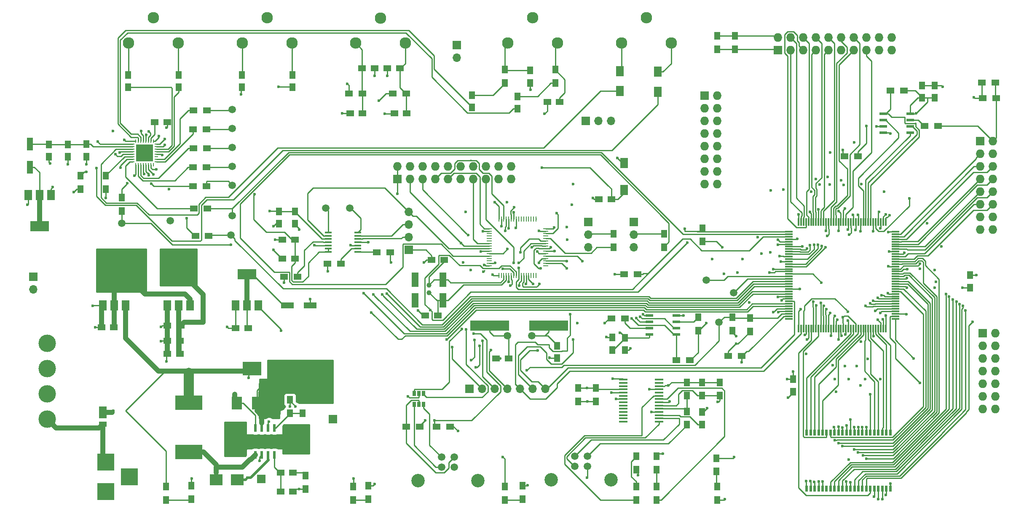
<source format=gbr>
G04 #@! TF.FileFunction,Copper,L1,Top,Signal*
%FSLAX46Y46*%
G04 Gerber Fmt 4.6, Leading zero omitted, Abs format (unit mm)*
G04 Created by KiCad (PCBNEW 4.0.7-e2-6376~58~ubuntu16.04.1) date Thu Sep 27 21:03:33 2018*
%MOMM*%
%LPD*%
G01*
G04 APERTURE LIST*
%ADD10C,0.100000*%
%ADD11R,1.750000X0.450000*%
%ADD12C,1.500000*%
%ADD13R,3.750000X2.700000*%
%ADD14R,1.727200X1.727200*%
%ADD15O,1.727200X1.727200*%
%ADD16R,1.700000X1.700000*%
%ADD17O,1.700000X1.700000*%
%ADD18R,0.250000X1.000000*%
%ADD19R,1.000000X0.250000*%
%ADD20R,1.430000X2.850000*%
%ADD21R,1.500000X1.250000*%
%ADD22C,1.000000*%
%ADD23R,1.600000X2.000000*%
%ADD24R,1.500000X1.300000*%
%ADD25C,1.520000*%
%ADD26C,2.700000*%
%ADD27R,0.650000X1.060000*%
%ADD28R,7.875000X2.000000*%
%ADD29R,1.250000X1.500000*%
%ADD30R,1.300000X1.500000*%
%ADD31R,0.500000X1.200000*%
%ADD32R,1.550000X0.600000*%
%ADD33C,2.300000*%
%ADD34R,0.300000X1.550000*%
%ADD35R,1.550000X0.300000*%
%ADD36R,2.000000X2.500000*%
%ADD37R,2.500000X2.300000*%
%ADD38R,0.600000X1.550000*%
%ADD39R,1.175000X1.175000*%
%ADD40R,5.400040X2.900680*%
%ADD41R,1.500000X2.400000*%
%ADD42R,1.500000X1.050000*%
%ADD43R,3.500000X3.500000*%
%ADD44C,3.500000*%
%ADD45R,3.800000X2.000000*%
%ADD46R,1.500000X2.000000*%
%ADD47R,2.598420X1.198880*%
%ADD48R,2.600960X1.198880*%
%ADD49R,1.450000X0.450000*%
%ADD50R,0.250000X0.700000*%
%ADD51R,0.700000X0.250000*%
%ADD52R,1.725000X1.725000*%
%ADD53R,1.198880X2.598420*%
%ADD54R,1.198880X2.600960*%
%ADD55C,0.600000*%
%ADD56C,1.200000*%
%ADD57C,0.250000*%
%ADD58C,0.500000*%
%ADD59C,1.000000*%
%ADD60C,2.000000*%
%ADD61C,0.254000*%
G04 APERTURE END LIST*
D10*
D11*
X173140000Y-126678000D03*
X173140000Y-127328000D03*
X173140000Y-127978000D03*
X173140000Y-128628000D03*
X173140000Y-129278000D03*
X173140000Y-129928000D03*
X173140000Y-130578000D03*
X173140000Y-131228000D03*
X173140000Y-131878000D03*
X173140000Y-132528000D03*
X173140000Y-133178000D03*
X173140000Y-133828000D03*
X173140000Y-134478000D03*
X173140000Y-135128000D03*
X180340000Y-135128000D03*
X180340000Y-134478000D03*
X180340000Y-133828000D03*
X180340000Y-133178000D03*
X180340000Y-132528000D03*
X180340000Y-131878000D03*
X180340000Y-131228000D03*
X180340000Y-130578000D03*
X180340000Y-129928000D03*
X180340000Y-129278000D03*
X180340000Y-128628000D03*
X180340000Y-127978000D03*
X180340000Y-127328000D03*
X180340000Y-126678000D03*
D12*
X94361000Y-97663000D03*
D13*
X98552000Y-124460000D03*
X106102000Y-124460000D03*
D14*
X204216000Y-60452000D03*
D15*
X204216000Y-57912000D03*
X206756000Y-60452000D03*
X206756000Y-57912000D03*
X209296000Y-60452000D03*
X209296000Y-57912000D03*
X211836000Y-60452000D03*
X211836000Y-57912000D03*
X214376000Y-60452000D03*
X214376000Y-57912000D03*
X216916000Y-60452000D03*
X216916000Y-57912000D03*
X219456000Y-60452000D03*
X219456000Y-57912000D03*
X221996000Y-60452000D03*
X221996000Y-57912000D03*
X224536000Y-60452000D03*
X224536000Y-57912000D03*
X227076000Y-60452000D03*
X227076000Y-57912000D03*
D14*
X189484000Y-69596000D03*
D15*
X192024000Y-69596000D03*
X189484000Y-72136000D03*
X192024000Y-72136000D03*
X189484000Y-74676000D03*
X192024000Y-74676000D03*
X189484000Y-77216000D03*
X192024000Y-77216000D03*
X189484000Y-79756000D03*
X192024000Y-79756000D03*
X189484000Y-82296000D03*
X192024000Y-82296000D03*
X189484000Y-84836000D03*
X192024000Y-84836000D03*
X189484000Y-87376000D03*
X192024000Y-87376000D03*
D16*
X166116000Y-94996000D03*
D17*
X166116000Y-97536000D03*
X166116000Y-100076000D03*
D18*
X148142000Y-105776000D03*
X148642000Y-105776000D03*
X149142000Y-105776000D03*
X149642000Y-105776000D03*
X150142000Y-105776000D03*
X150642000Y-105776000D03*
X151142000Y-105776000D03*
X151642000Y-105776000D03*
X152142000Y-105776000D03*
X152642000Y-105776000D03*
X153142000Y-105776000D03*
X153642000Y-105776000D03*
X154142000Y-105776000D03*
X154642000Y-105776000D03*
X155142000Y-105776000D03*
X155642000Y-105776000D03*
D19*
X157592000Y-103826000D03*
X157592000Y-103326000D03*
X157592000Y-102826000D03*
X157592000Y-102326000D03*
X157592000Y-101826000D03*
X157592000Y-101326000D03*
X157592000Y-100826000D03*
X157592000Y-100326000D03*
X157592000Y-99826000D03*
X157592000Y-99326000D03*
X157592000Y-98826000D03*
X157592000Y-98326000D03*
X157592000Y-97826000D03*
X157592000Y-97326000D03*
X157592000Y-96826000D03*
X157592000Y-96326000D03*
D18*
X155642000Y-94376000D03*
X155142000Y-94376000D03*
X154642000Y-94376000D03*
X154142000Y-94376000D03*
X153642000Y-94376000D03*
X153142000Y-94376000D03*
X152642000Y-94376000D03*
X152142000Y-94376000D03*
X151642000Y-94376000D03*
X151142000Y-94376000D03*
X150642000Y-94376000D03*
X150142000Y-94376000D03*
X149642000Y-94376000D03*
X149142000Y-94376000D03*
X148642000Y-94376000D03*
X148142000Y-94376000D03*
D19*
X146192000Y-96326000D03*
X146192000Y-96826000D03*
X146192000Y-97326000D03*
X146192000Y-97826000D03*
X146192000Y-98326000D03*
X146192000Y-98826000D03*
X146192000Y-99326000D03*
X146192000Y-99826000D03*
X146192000Y-100326000D03*
X146192000Y-100826000D03*
X146192000Y-101326000D03*
X146192000Y-101826000D03*
X146192000Y-102326000D03*
X146192000Y-102826000D03*
X146192000Y-103326000D03*
X146192000Y-103826000D03*
D16*
X175260000Y-94996000D03*
D17*
X175260000Y-97536000D03*
X175260000Y-100076000D03*
D20*
X136927000Y-106637000D03*
X131297000Y-106637000D03*
X131297000Y-110787000D03*
X136927000Y-110787000D03*
D21*
X135870000Y-113792000D03*
X133370000Y-113792000D03*
X137160000Y-102616000D03*
X134660000Y-102616000D03*
D16*
X130048000Y-100584000D03*
D17*
X130048000Y-98044000D03*
X130048000Y-95504000D03*
X130048000Y-92964000D03*
D22*
X134112000Y-107696000D03*
X134112000Y-109196000D03*
D23*
X173355000Y-88552000D03*
X173355000Y-83152000D03*
D21*
X170775000Y-90424000D03*
X168275000Y-90424000D03*
X150094000Y-122428000D03*
X147594000Y-122428000D03*
D14*
X127762000Y-86360000D03*
D15*
X127762000Y-83820000D03*
X130302000Y-86360000D03*
X130302000Y-83820000D03*
X132842000Y-86360000D03*
X132842000Y-83820000D03*
X135382000Y-86360000D03*
X135382000Y-83820000D03*
X137922000Y-86360000D03*
X137922000Y-83820000D03*
X140462000Y-86360000D03*
X140462000Y-83820000D03*
X143002000Y-86360000D03*
X143002000Y-83820000D03*
X145542000Y-86360000D03*
X145542000Y-83820000D03*
X148082000Y-86360000D03*
X148082000Y-83820000D03*
X150622000Y-86360000D03*
X150622000Y-83820000D03*
D24*
X129540000Y-136144000D03*
X132240000Y-136144000D03*
D25*
X136652000Y-142272000D03*
X139192000Y-142272000D03*
X139192000Y-144272000D03*
X136652000Y-144272000D03*
D26*
X131922000Y-146972000D03*
X143922000Y-146972000D03*
D24*
X135636000Y-136144000D03*
X138336000Y-136144000D03*
D27*
X133030000Y-129456000D03*
X132080000Y-129456000D03*
X131130000Y-129456000D03*
X131130000Y-131656000D03*
X133030000Y-131656000D03*
X132080000Y-131656000D03*
D28*
X146304000Y-115824000D03*
X158179000Y-115824000D03*
D29*
X159893000Y-119888000D03*
X159893000Y-122388000D03*
D16*
X142240000Y-128524000D03*
D17*
X144780000Y-128524000D03*
X147320000Y-128524000D03*
X149860000Y-128524000D03*
X152400000Y-128524000D03*
X154940000Y-128524000D03*
X157480000Y-128524000D03*
D16*
X165608000Y-74676000D03*
D17*
X168148000Y-74676000D03*
X170688000Y-74676000D03*
D30*
X152908000Y-148002000D03*
X152908000Y-150702000D03*
X175768000Y-144780000D03*
X175768000Y-142080000D03*
D12*
X149860000Y-117856000D03*
X154740000Y-117856000D03*
D14*
X245364000Y-117348000D03*
D15*
X247904000Y-117348000D03*
X245364000Y-119888000D03*
X247904000Y-119888000D03*
X245364000Y-122428000D03*
X247904000Y-122428000D03*
X245364000Y-124968000D03*
X247904000Y-124968000D03*
X245364000Y-127508000D03*
X247904000Y-127508000D03*
X245364000Y-130048000D03*
X247904000Y-130048000D03*
X245364000Y-132588000D03*
X247904000Y-132588000D03*
D31*
X209996000Y-148609002D03*
X210796000Y-148609002D03*
X211596000Y-148609002D03*
X212396000Y-148609002D03*
X213196000Y-148609002D03*
X213996000Y-148609002D03*
X214796000Y-148609002D03*
X215596000Y-148609002D03*
X216396000Y-148609002D03*
X217196000Y-148609002D03*
X217996000Y-148609002D03*
X218796000Y-148609002D03*
X220396000Y-148609002D03*
X219596000Y-148609002D03*
X221196000Y-148609002D03*
X221996000Y-148609002D03*
X222796000Y-148609002D03*
X223596000Y-148609002D03*
X224396000Y-148609002D03*
X225196000Y-148609002D03*
X225996000Y-148609002D03*
X226796000Y-148609002D03*
X226796000Y-137309002D03*
X225996000Y-137309002D03*
X225196000Y-137309002D03*
X224396000Y-137309002D03*
X223596000Y-137309002D03*
X222796000Y-137309002D03*
X221996000Y-137309002D03*
X221196000Y-137309002D03*
X219596000Y-137309002D03*
X220396000Y-137309002D03*
X218796000Y-137309002D03*
X217996000Y-137309002D03*
X217196000Y-137309002D03*
X216396000Y-137309002D03*
X215596000Y-137309002D03*
X214796000Y-137309002D03*
X213996000Y-137309002D03*
X213196000Y-137309002D03*
X212396000Y-137309002D03*
X211596000Y-137309002D03*
X210796000Y-137309002D03*
X209996000Y-137309002D03*
D29*
X170942000Y-120737000D03*
X170942000Y-118237000D03*
D30*
X167640000Y-128364000D03*
X167640000Y-131064000D03*
D24*
X170782000Y-114427000D03*
X173482000Y-114427000D03*
D29*
X173482000Y-118277000D03*
X173482000Y-120777000D03*
D30*
X164084000Y-128364000D03*
X164084000Y-131064000D03*
X179832000Y-142080000D03*
X179832000Y-144780000D03*
X179832000Y-150876000D03*
X179832000Y-148176000D03*
D25*
X163418000Y-142112000D03*
X165958000Y-142112000D03*
X165958000Y-144112000D03*
X163418000Y-144112000D03*
D26*
X158688000Y-146812000D03*
X170688000Y-146812000D03*
D30*
X149352000Y-150876000D03*
X149352000Y-148176000D03*
X175768000Y-150876000D03*
X175768000Y-148176000D03*
X198628000Y-117000000D03*
X198628000Y-114300000D03*
X188214000Y-116840000D03*
X188214000Y-114140000D03*
X195072000Y-114140000D03*
X195072000Y-116840000D03*
D32*
X183802000Y-117602000D03*
X183802000Y-116332000D03*
X183802000Y-115062000D03*
X183802000Y-113792000D03*
X178402000Y-113792000D03*
X178402000Y-115062000D03*
X178402000Y-116332000D03*
X178402000Y-117602000D03*
D30*
X185928000Y-129921000D03*
X185928000Y-127221000D03*
X188976000Y-129921000D03*
X188976000Y-127221000D03*
X192532000Y-129921000D03*
X192532000Y-127221000D03*
D24*
X186516000Y-122809000D03*
X183816000Y-122809000D03*
X194230000Y-121920000D03*
X196930000Y-121920000D03*
D29*
X207264000Y-126619000D03*
X207264000Y-129119000D03*
D30*
X191897000Y-142461000D03*
X191897000Y-145161000D03*
D29*
X188976000Y-135723000D03*
X188976000Y-133223000D03*
D30*
X192024000Y-150876000D03*
X192024000Y-148176000D03*
X185928000Y-135763000D03*
X185928000Y-133063000D03*
D29*
X151892000Y-72243000D03*
X151892000Y-69743000D03*
X142748000Y-72009000D03*
X142748000Y-69509000D03*
D30*
X159512000Y-67056000D03*
X159512000Y-64356000D03*
D16*
X139700000Y-59436000D03*
D17*
X139700000Y-61976000D03*
D29*
X154432000Y-64556000D03*
X154432000Y-67056000D03*
D33*
X154940000Y-53975000D03*
X159940000Y-58975000D03*
X149940000Y-58975000D03*
D30*
X149352000Y-67056000D03*
X149352000Y-64356000D03*
D33*
X177800000Y-53975000D03*
X182800000Y-58975000D03*
X172800000Y-58975000D03*
D21*
X160401000Y-70866000D03*
X157901000Y-70866000D03*
D23*
X172466000Y-68675000D03*
X172466000Y-64675000D03*
X180086000Y-68802000D03*
X180086000Y-64802000D03*
D12*
X195326000Y-109220000D03*
D30*
X181356000Y-97376000D03*
X181356000Y-100076000D03*
X171196000Y-97376000D03*
X171196000Y-100076000D03*
D24*
X118030000Y-69215000D03*
X120730000Y-69215000D03*
D21*
X128250000Y-64135000D03*
X125750000Y-64135000D03*
X120670000Y-64135000D03*
X123170000Y-64135000D03*
X118257000Y-73152000D03*
X120757000Y-73152000D03*
X127167000Y-73152000D03*
X129667000Y-73152000D03*
D33*
X124380000Y-54055000D03*
X129380000Y-59055000D03*
X119380000Y-59055000D03*
D24*
X126840000Y-69215000D03*
X129540000Y-69215000D03*
D12*
X192405000Y-115189000D03*
X189865000Y-106680000D03*
D24*
X173355000Y-105537000D03*
X176055000Y-105537000D03*
D30*
X189103000Y-98933000D03*
X189103000Y-96233000D03*
D24*
X217598000Y-81788000D03*
X220298000Y-81788000D03*
D30*
X195580000Y-57578000D03*
X195580000Y-60278000D03*
X192024000Y-57578000D03*
X192024000Y-60278000D03*
D24*
X226822000Y-68580000D03*
X229522000Y-68580000D03*
D32*
X225392000Y-73279000D03*
X225392000Y-74549000D03*
X225392000Y-75819000D03*
X225392000Y-77089000D03*
X230792000Y-77089000D03*
X230792000Y-75819000D03*
X230792000Y-74549000D03*
X230792000Y-73279000D03*
D29*
X242824000Y-108204000D03*
X242824000Y-105704000D03*
D14*
X244856000Y-78740000D03*
D15*
X247396000Y-78740000D03*
X244856000Y-81280000D03*
X247396000Y-81280000D03*
X244856000Y-83820000D03*
X247396000Y-83820000D03*
X244856000Y-86360000D03*
X247396000Y-86360000D03*
X244856000Y-88900000D03*
X247396000Y-88900000D03*
X244856000Y-91440000D03*
X247396000Y-91440000D03*
X244856000Y-93980000D03*
X247396000Y-93980000D03*
X244856000Y-96520000D03*
X247396000Y-96520000D03*
D34*
X225876000Y-94996000D03*
X225376000Y-94996000D03*
X224876000Y-94996000D03*
X224376000Y-94996000D03*
X223876000Y-94996000D03*
X223376000Y-94996000D03*
X222876000Y-94996000D03*
X222376000Y-94996000D03*
X221876000Y-94996000D03*
X221376000Y-94996000D03*
X220876000Y-94996000D03*
X220376000Y-94996000D03*
X219876000Y-94996000D03*
X219376000Y-94996000D03*
X218876000Y-94996000D03*
X218376000Y-94996000D03*
X217876000Y-94996000D03*
X217376000Y-94996000D03*
X216876000Y-94996000D03*
X216376000Y-94996000D03*
X215876000Y-94996000D03*
X215376000Y-94996000D03*
X214876000Y-94996000D03*
X214376000Y-94996000D03*
X213876000Y-94996000D03*
X213376000Y-94996000D03*
X212876000Y-94996000D03*
X212376000Y-94996000D03*
X211876000Y-94996000D03*
X211376000Y-94996000D03*
X210876000Y-94996000D03*
X210376000Y-94996000D03*
X209876000Y-94996000D03*
X209376000Y-94996000D03*
X208876000Y-94996000D03*
X208376000Y-94996000D03*
D35*
X206426000Y-96946000D03*
X206426000Y-97446000D03*
X206426000Y-97946000D03*
X206426000Y-98446000D03*
X206426000Y-98946000D03*
X206426000Y-99446000D03*
X206426000Y-99946000D03*
X206426000Y-100446000D03*
X206426000Y-100946000D03*
X206426000Y-101446000D03*
X206426000Y-101946000D03*
X206426000Y-102446000D03*
X206426000Y-102946000D03*
X206426000Y-103446000D03*
X206426000Y-103946000D03*
X206426000Y-104446000D03*
X206426000Y-104946000D03*
X206426000Y-105446000D03*
X206426000Y-105946000D03*
X206426000Y-106446000D03*
X206426000Y-106946000D03*
X206426000Y-107446000D03*
X206426000Y-107946000D03*
X206426000Y-108446000D03*
X206426000Y-108946000D03*
X206426000Y-109446000D03*
X206426000Y-109946000D03*
X206426000Y-110446000D03*
X206426000Y-110946000D03*
X206426000Y-111446000D03*
X206426000Y-111946000D03*
X206426000Y-112446000D03*
X206426000Y-112946000D03*
X206426000Y-113446000D03*
X206426000Y-113946000D03*
X206426000Y-114446000D03*
D34*
X208376000Y-116396000D03*
X208876000Y-116396000D03*
X209376000Y-116396000D03*
X209876000Y-116396000D03*
X210376000Y-116396000D03*
X210876000Y-116396000D03*
X211376000Y-116396000D03*
X211876000Y-116396000D03*
X212376000Y-116396000D03*
X212876000Y-116396000D03*
X213376000Y-116396000D03*
X213876000Y-116396000D03*
X214376000Y-116396000D03*
X214876000Y-116396000D03*
X215376000Y-116396000D03*
X215876000Y-116396000D03*
X216376000Y-116396000D03*
X216876000Y-116396000D03*
X217376000Y-116396000D03*
X217876000Y-116396000D03*
X218376000Y-116396000D03*
X218876000Y-116396000D03*
X219376000Y-116396000D03*
X219876000Y-116396000D03*
X220376000Y-116396000D03*
X220876000Y-116396000D03*
X221376000Y-116396000D03*
X221876000Y-116396000D03*
X222376000Y-116396000D03*
X222876000Y-116396000D03*
X223376000Y-116396000D03*
X223876000Y-116396000D03*
X224376000Y-116396000D03*
X224876000Y-116396000D03*
X225376000Y-116396000D03*
X225876000Y-116396000D03*
D35*
X227826000Y-114446000D03*
X227826000Y-113946000D03*
X227826000Y-113446000D03*
X227826000Y-112946000D03*
X227826000Y-112446000D03*
X227826000Y-111946000D03*
X227826000Y-111446000D03*
X227826000Y-110946000D03*
X227826000Y-110446000D03*
X227826000Y-109946000D03*
X227826000Y-109446000D03*
X227826000Y-108946000D03*
X227826000Y-108446000D03*
X227826000Y-107946000D03*
X227826000Y-107446000D03*
X227826000Y-106946000D03*
X227826000Y-106446000D03*
X227826000Y-105946000D03*
X227826000Y-105446000D03*
X227826000Y-104946000D03*
X227826000Y-104446000D03*
X227826000Y-103946000D03*
X227826000Y-103446000D03*
X227826000Y-102946000D03*
X227826000Y-102446000D03*
X227826000Y-101946000D03*
X227826000Y-101446000D03*
X227826000Y-100946000D03*
X227826000Y-100446000D03*
X227826000Y-99946000D03*
X227826000Y-99446000D03*
X227826000Y-98946000D03*
X227826000Y-98446000D03*
X227826000Y-97946000D03*
X227826000Y-97446000D03*
X227826000Y-96946000D03*
D24*
X247880998Y-66973001D03*
X245180998Y-66973001D03*
D29*
X233172000Y-70064000D03*
X233172000Y-67564000D03*
X235712000Y-70064000D03*
X235712000Y-67564000D03*
D24*
X248064000Y-70104000D03*
X245364000Y-70104000D03*
X236380000Y-75692000D03*
X233680000Y-75692000D03*
D21*
X104287000Y-145415000D03*
X106787000Y-145415000D03*
D36*
X95536000Y-131445000D03*
X99536000Y-131445000D03*
D30*
X108712000Y-133430000D03*
X108712000Y-130730000D03*
D37*
X91322000Y-146812000D03*
X95622000Y-146812000D03*
D16*
X100457000Y-146685000D03*
X114808000Y-134620000D03*
D30*
X106172000Y-130730000D03*
X106172000Y-133430000D03*
D38*
X99234500Y-141812500D03*
X100504500Y-141812500D03*
X101774500Y-141812500D03*
X103044500Y-141812500D03*
X103044500Y-136412500D03*
X101774500Y-136412500D03*
X100504500Y-136412500D03*
X99234500Y-136412500D03*
D39*
X101727000Y-138525000D03*
X100552000Y-138525000D03*
X101727000Y-139700000D03*
X100552000Y-139700000D03*
D30*
X86360000Y-150702000D03*
X86360000Y-148002000D03*
X81280000Y-150876000D03*
X81280000Y-148176000D03*
D40*
X85852000Y-141224000D03*
X85852000Y-131323080D03*
D41*
X68580000Y-133261000D03*
D42*
X68580000Y-135636000D03*
D43*
X69215000Y-143225000D03*
X69215000Y-149225000D03*
X73915000Y-146225000D03*
D44*
X57404000Y-134620000D03*
X57404000Y-129540000D03*
X57404000Y-124460000D03*
X57404000Y-119380000D03*
D21*
X104287000Y-149225000D03*
X106787000Y-149225000D03*
D30*
X121920000Y-148002000D03*
X121920000Y-150702000D03*
X118872000Y-150876000D03*
X118872000Y-148176000D03*
X109347000Y-145970000D03*
X109347000Y-148670000D03*
D21*
X84054000Y-121539000D03*
X81554000Y-121539000D03*
D24*
X84234000Y-115824000D03*
X81534000Y-115824000D03*
D21*
X84054000Y-118872000D03*
X81554000Y-118872000D03*
X70826000Y-116205000D03*
X68326000Y-116205000D03*
D45*
X83804240Y-105460000D03*
D46*
X83804240Y-111760000D03*
X86104240Y-111760000D03*
X81504240Y-111760000D03*
D45*
X55880000Y-95885000D03*
D46*
X55880000Y-89585000D03*
X53580000Y-89585000D03*
X58180000Y-89585000D03*
D16*
X54610000Y-106045000D03*
D17*
X54610000Y-108585000D03*
D45*
X70866000Y-105435000D03*
D46*
X70866000Y-111735000D03*
X73166000Y-111735000D03*
X68566000Y-111735000D03*
D21*
X97770000Y-116332000D03*
X95270000Y-116332000D03*
D47*
X110236000Y-111760000D03*
D48*
X105633520Y-111760000D03*
D24*
X107729000Y-106045000D03*
X105029000Y-106045000D03*
D45*
X97536000Y-105460000D03*
D46*
X97536000Y-111760000D03*
X99836000Y-111760000D03*
X95236000Y-111760000D03*
D49*
X113890000Y-97110000D03*
X113890000Y-97760000D03*
X113890000Y-98410000D03*
X113890000Y-99060000D03*
X113890000Y-99710000D03*
X113890000Y-100360000D03*
X113890000Y-101010000D03*
X119790000Y-101010000D03*
X119790000Y-100360000D03*
X119790000Y-99710000D03*
X119790000Y-99060000D03*
X119790000Y-98410000D03*
X119790000Y-97760000D03*
X119790000Y-97110000D03*
D29*
X107188000Y-92857000D03*
X107188000Y-95357000D03*
X104013000Y-92857000D03*
X104013000Y-95357000D03*
D21*
X107168000Y-98552000D03*
X104668000Y-98552000D03*
X107168000Y-102362000D03*
X104668000Y-102362000D03*
D12*
X113357000Y-92202000D03*
X118237000Y-92202000D03*
D24*
X89417639Y-87796615D03*
X86717639Y-87796615D03*
X89417639Y-83986615D03*
X86717639Y-83986615D03*
X89497639Y-80176615D03*
X86797639Y-80176615D03*
D12*
X94615000Y-83820000D03*
X94615000Y-80010000D03*
D21*
X79014000Y-74930000D03*
X81514000Y-74930000D03*
D29*
X65278000Y-79375000D03*
X65278000Y-81875000D03*
D50*
X75225000Y-83525000D03*
X75725000Y-83525000D03*
X76225000Y-83525000D03*
X76725000Y-83525000D03*
X77225000Y-83525000D03*
X77725000Y-83525000D03*
X78225000Y-83525000D03*
X78725000Y-83525000D03*
D51*
X79375000Y-82875000D03*
X79375000Y-82375000D03*
X79375000Y-81875000D03*
X79375000Y-81375000D03*
X79375000Y-80875000D03*
X79375000Y-80375000D03*
X79375000Y-79875000D03*
X79375000Y-79375000D03*
D50*
X78725000Y-78725000D03*
X78225000Y-78725000D03*
X77725000Y-78725000D03*
X77225000Y-78725000D03*
X76725000Y-78725000D03*
X76225000Y-78725000D03*
X75725000Y-78725000D03*
X75225000Y-78725000D03*
D51*
X74575000Y-79375000D03*
X74575000Y-79875000D03*
X74575000Y-80375000D03*
X74575000Y-80875000D03*
X74575000Y-81375000D03*
X74575000Y-81875000D03*
X74575000Y-82375000D03*
X74575000Y-82875000D03*
D52*
X77837500Y-80262500D03*
X76112500Y-80262500D03*
X77837500Y-81987500D03*
X76112500Y-81987500D03*
D12*
X82169000Y-94742000D03*
D24*
X89497639Y-72556615D03*
X86797639Y-72556615D03*
X89417639Y-76366615D03*
X86717639Y-76366615D03*
D12*
X94615000Y-72390000D03*
X94615000Y-76200000D03*
D30*
X69215000Y-88425000D03*
X69215000Y-85725000D03*
X72390000Y-92790000D03*
X72390000Y-90090000D03*
D12*
X72390000Y-95250000D03*
D29*
X57785000Y-79395000D03*
X57785000Y-81895000D03*
D30*
X64135000Y-88425000D03*
X64135000Y-85725000D03*
D53*
X53975000Y-79375000D03*
D54*
X53975000Y-83977480D03*
D29*
X61595000Y-79395000D03*
X61595000Y-81895000D03*
D33*
X78740000Y-53975000D03*
X83740000Y-58975000D03*
X73740000Y-58975000D03*
D29*
X83820000Y-67925000D03*
X83820000Y-65425000D03*
X106680000Y-67925000D03*
X106680000Y-65425000D03*
X73660000Y-67925000D03*
X73660000Y-65425000D03*
X96520000Y-67925000D03*
X96520000Y-65425000D03*
D33*
X101600000Y-53975000D03*
X106600000Y-58975000D03*
X96600000Y-58975000D03*
D12*
X94615000Y-87630000D03*
D24*
X89878639Y-97829615D03*
X87178639Y-97829615D03*
D12*
X94615000Y-93726000D03*
D24*
X89568000Y-92329000D03*
X86868000Y-92329000D03*
X113712000Y-103378000D03*
X116412000Y-103378000D03*
X126318000Y-101092000D03*
X123618000Y-101092000D03*
D55*
X76112500Y-81987500D03*
X77837500Y-81987500D03*
X77837500Y-80262500D03*
X76112500Y-80262500D03*
X140948771Y-103096502D03*
X102108000Y-92837000D03*
X110236000Y-110490000D03*
X223774000Y-112903000D03*
X225933000Y-113792002D03*
X66548000Y-111887000D03*
X102870000Y-100584000D03*
X206248000Y-130302000D03*
X178816000Y-133223000D03*
X182499000Y-131064000D03*
X178435000Y-128651000D03*
X214757000Y-81026000D03*
X219583000Y-78994000D03*
X80264000Y-116078000D03*
X80264000Y-118999000D03*
X195834000Y-117983000D03*
X81407000Y-123063000D03*
X104013000Y-129540000D03*
X111760000Y-129540000D03*
X110490000Y-129540000D03*
X105410000Y-128270000D03*
X107950000Y-128270000D03*
X107950000Y-127000000D03*
X111760000Y-127000000D03*
X110490000Y-127000000D03*
X109220000Y-127000000D03*
X109220000Y-128270000D03*
X110490000Y-128270000D03*
X111760000Y-128270000D03*
X113157000Y-128270000D03*
X114046000Y-129540000D03*
X114046000Y-128270000D03*
X113988010Y-126422990D03*
X58547000Y-88011000D03*
X62738000Y-89027000D03*
X153924000Y-147955000D03*
X167021000Y-90170000D03*
X171958000Y-82169000D03*
X123190000Y-147701000D03*
X129921000Y-130048000D03*
X139954000Y-137033000D03*
X171704000Y-130556000D03*
X165989000Y-131064000D03*
X165862000Y-146431000D03*
X189992000Y-132461000D03*
X182245000Y-127889000D03*
X162814000Y-91567000D03*
X163068000Y-87376000D03*
X142494000Y-104648000D03*
X147447000Y-103251000D03*
X97663000Y-146399000D03*
X101854000Y-142875000D03*
X108077000Y-148670000D03*
X86487000Y-146558000D03*
X141478000Y-92964000D03*
X153616330Y-107451999D03*
X148393989Y-122428000D03*
X158333000Y-122301000D03*
X148717000Y-95885000D03*
X156210000Y-96774000D03*
X161925000Y-98552000D03*
X149820000Y-91059000D03*
X161798000Y-104325999D03*
X185293000Y-113792000D03*
X174625000Y-120396000D03*
X169799000Y-118110000D03*
X193548000Y-150689979D03*
X218821000Y-147320000D03*
X210058000Y-118618000D03*
X217297000Y-114173000D03*
X217419417Y-87540999D03*
X214249000Y-85979000D03*
X133096000Y-103124000D03*
X131953000Y-112776000D03*
X93599000Y-116078000D03*
X103251000Y-98552000D03*
X102870000Y-95885000D03*
X118364000Y-99695000D03*
X108049559Y-96547441D03*
X111058942Y-99634058D03*
X57971564Y-83252436D03*
X154559000Y-68453000D03*
X157353000Y-73279000D03*
X72009000Y-81026000D03*
X70612000Y-76708000D03*
X81407000Y-76073000D03*
X79883000Y-77724000D03*
X123190000Y-65658996D03*
X125730000Y-65659000D03*
X80518000Y-81500010D03*
X65278000Y-83439000D03*
X61595000Y-83439000D03*
X81915000Y-88421615D03*
X79375000Y-84455000D03*
X219837000Y-96647000D03*
X226822000Y-77216000D03*
X237363000Y-67818000D03*
X243586000Y-69977000D03*
X203327000Y-113157000D03*
X204978000Y-110744000D03*
X208788000Y-112522000D03*
X226441000Y-103886000D03*
X226568000Y-100965000D03*
X226441000Y-97028000D03*
X224790000Y-96266000D03*
X212979000Y-107188000D03*
X204597000Y-101854000D03*
X204851000Y-102997000D03*
X213868000Y-96774000D03*
X218059000Y-135890000D03*
X209921010Y-121539000D03*
X218431859Y-142781857D03*
X220853000Y-127889000D03*
X198464575Y-111156324D03*
X193421000Y-105410000D03*
X244094000Y-105664000D03*
X215900000Y-129159000D03*
X67056000Y-116205000D03*
X205359000Y-88519000D03*
X202819000Y-88646000D03*
X212598000Y-87503000D03*
X214630000Y-87503000D03*
X237109000Y-99949000D03*
X220091000Y-123952000D03*
X217678000Y-123952000D03*
X191008000Y-102489000D03*
X197104000Y-102489000D03*
X210947000Y-88900000D03*
X215265000Y-123824996D03*
X222250000Y-122555000D03*
X234188000Y-95250000D03*
X235712000Y-104648000D03*
X235712000Y-108204000D03*
X225552000Y-88900000D03*
X200192000Y-98084000D03*
X148971000Y-104394000D03*
X156845000Y-84074000D03*
X151130000Y-103235010D03*
X155067000Y-107442000D03*
X150114000Y-107061000D03*
X99060705Y-89403590D03*
X196088000Y-105156000D03*
X208661000Y-108458000D03*
X217292493Y-80518000D03*
X171450000Y-105537000D03*
X232791000Y-104394000D03*
X232029000Y-73152000D03*
X193040006Y-100076000D03*
X181102000Y-141605000D03*
X176149000Y-145923000D03*
X146878051Y-105603051D03*
X165862000Y-128364000D03*
X161798000Y-102869990D03*
X145229918Y-103642000D03*
X145034000Y-105029000D03*
X127762000Y-89348999D03*
X195800261Y-119507000D03*
X159258000Y-96139000D03*
X161798000Y-96012000D03*
X70485000Y-100965000D03*
X74422000Y-104902000D03*
X147320000Y-91059000D03*
X172482000Y-117277000D03*
X189865000Y-115316000D03*
X169418000Y-115316000D03*
X163957000Y-115316000D03*
X217678000Y-92329000D03*
X216916000Y-86614000D03*
X105029000Y-107188000D03*
X104394000Y-116840000D03*
X69215000Y-90170000D03*
X78740000Y-85471000D03*
X204343000Y-113157000D03*
X232790990Y-103378011D03*
X229616000Y-101219000D03*
X209679551Y-117731551D03*
X235975990Y-107061009D03*
X230124000Y-106289010D03*
X223452021Y-117983000D03*
X210643978Y-92938487D03*
X204216000Y-110071010D03*
X217932000Y-147193000D03*
X202565000Y-105156000D03*
X221742000Y-126545011D03*
X218440000Y-126545011D03*
X215646000Y-126545011D03*
X217001000Y-117856000D03*
X224790000Y-126545011D03*
X218821000Y-134747000D03*
X206121000Y-126545011D03*
X72009000Y-102489000D03*
X208407000Y-93472000D03*
X216376000Y-96742000D03*
X207264000Y-125095000D03*
X214884000Y-117856000D03*
X241300000Y-108204000D03*
X230124000Y-108204010D03*
X220980000Y-87376000D03*
X224536000Y-92964000D03*
X202692000Y-101092000D03*
X204216000Y-99568000D03*
X150495000Y-107823000D03*
X159766000Y-93217996D03*
X95123000Y-129667000D03*
X70739000Y-132969000D03*
X192151000Y-131191000D03*
X107315000Y-132080000D03*
X97917000Y-126365000D03*
X106172000Y-132080000D03*
X94996000Y-124968000D03*
X53467000Y-91567000D03*
X126492000Y-103124000D03*
X216451021Y-92837000D03*
X220914647Y-119060647D03*
X230251000Y-104521000D03*
X212344000Y-92455994D03*
X86360000Y-101863999D03*
X84963000Y-101863999D03*
X83693000Y-102362000D03*
X200914000Y-101346000D03*
X216408000Y-118618000D03*
X203276999Y-104470999D03*
X211836000Y-86360000D03*
X81026000Y-79502000D03*
X103886000Y-67818000D03*
X67564000Y-78867000D03*
X67292009Y-84201000D03*
X81025994Y-78359000D03*
X96393000Y-69342000D03*
X76327000Y-76708000D03*
X116713000Y-73152000D03*
X77326667Y-77444781D03*
X125222000Y-73279000D03*
X72898000Y-78486000D03*
X71120000Y-81407000D03*
X152273000Y-107823000D03*
X153797000Y-124841000D03*
X146558000Y-120777000D03*
X100076000Y-143002000D03*
X101981000Y-135128000D03*
X138811000Y-120142000D03*
X134409345Y-112688655D03*
X185547000Y-96393002D03*
X186055000Y-99187000D03*
X152146000Y-104267000D03*
X144907000Y-118872000D03*
X156317012Y-107442000D03*
X162441501Y-113546501D03*
X163068000Y-118618000D03*
X156591000Y-104325999D03*
X158623000Y-100045000D03*
X196977000Y-123190000D03*
X154813004Y-100076000D03*
X155956000Y-120786990D03*
X122936000Y-109591001D03*
X125669051Y-109407949D03*
X72136000Y-84074008D03*
X65278000Y-84963000D03*
X137671129Y-118632416D03*
X122555000Y-113175870D03*
X121031000Y-109347000D03*
X124714000Y-109591000D03*
X225298000Y-114554000D03*
X231521000Y-122428000D03*
X224282000Y-114681006D03*
X232791000Y-127381000D03*
X144526000Y-100965000D03*
X149860000Y-100457000D03*
X140538108Y-99196990D03*
X141986000Y-97663000D03*
X144980250Y-96902771D03*
X113792000Y-104902000D03*
X94361000Y-99568000D03*
X226641169Y-93614268D03*
X151257000Y-92075000D03*
X151130000Y-93091000D03*
X225858036Y-93450851D03*
X204216000Y-98552000D03*
X209169000Y-99949000D03*
X210058000Y-100330000D03*
X210693000Y-99695000D03*
X211482117Y-99563481D03*
X212282104Y-99568400D03*
X213033877Y-99841969D03*
X213793364Y-100093330D03*
X214122000Y-97790000D03*
X218313000Y-96520000D03*
X218567000Y-97536000D03*
X219329000Y-93589000D03*
X220345000Y-93599000D03*
X220853000Y-96901000D03*
X143256000Y-118745000D03*
X118999000Y-146558000D03*
X142621000Y-122809000D03*
X152527000Y-101092000D03*
X148971000Y-142240000D03*
X143510000Y-124206000D03*
X144272000Y-119888000D03*
X152146000Y-103251000D03*
X156226163Y-103233199D03*
X174879000Y-114427000D03*
X143129000Y-117475000D03*
X151577058Y-96199942D03*
X135255000Y-134874000D03*
X133350000Y-134874000D03*
X208151321Y-98426679D03*
X195453000Y-142239996D03*
X224028000Y-75819000D03*
X221996000Y-75692000D03*
X77841594Y-76832515D03*
X117729000Y-67192999D03*
X124079000Y-70612000D03*
X77851000Y-85598000D03*
X85471000Y-94234000D03*
X76871948Y-85375846D03*
X78321894Y-87298023D03*
X73532994Y-87249000D03*
X74930000Y-85725000D03*
X175768000Y-114300000D03*
X164972295Y-102863999D03*
X155874283Y-100943011D03*
X176525741Y-114014397D03*
X177172881Y-113544065D03*
X159385000Y-100838000D03*
X150114000Y-96266000D03*
X141605000Y-116586000D03*
X140722215Y-116465215D03*
X149479000Y-96774000D03*
X97536000Y-139700000D03*
X97536000Y-138525000D03*
X95504000Y-138684000D03*
X94488000Y-138684000D03*
X93472000Y-138684000D03*
X105664000Y-141224000D03*
X106680000Y-141224000D03*
X107696000Y-141224000D03*
X108712000Y-141224000D03*
X109728000Y-141224000D03*
X109728000Y-139700000D03*
X108712000Y-139700000D03*
X107696000Y-139700000D03*
X106680000Y-139700000D03*
X105664000Y-139700000D03*
X105664000Y-138176000D03*
X106680000Y-138176000D03*
X107696000Y-138176000D03*
X108712000Y-138176000D03*
X109728000Y-138176000D03*
X109728000Y-136652000D03*
X108712000Y-136652000D03*
X107696000Y-136652000D03*
X106680000Y-136652000D03*
X105664000Y-136652000D03*
X93472000Y-141224000D03*
X94488000Y-141224000D03*
X95504000Y-141224000D03*
X96520000Y-141224000D03*
X96520000Y-139700000D03*
X95504000Y-139700000D03*
X94488000Y-139700000D03*
X93472000Y-139700000D03*
X96520000Y-137668000D03*
X95504000Y-137668000D03*
X94488000Y-137668000D03*
X93472000Y-137668000D03*
X96520000Y-136144000D03*
X95504000Y-136144000D03*
X94488000Y-136144000D03*
X93472000Y-136144000D03*
D56*
X100552000Y-139700000D03*
X101727000Y-138525000D03*
D55*
X230632000Y-90296998D03*
X170815000Y-129286000D03*
X171069000Y-126492000D03*
X223393000Y-96901000D03*
X218313000Y-113029986D03*
X222758000Y-129667000D03*
X224406041Y-150689979D03*
X211328000Y-110998000D03*
X223520000Y-150239968D03*
X211930974Y-111797503D03*
X212852000Y-111252000D03*
X226822000Y-147574000D03*
X225933000Y-149860000D03*
X213487000Y-111887000D03*
X225206048Y-150687291D03*
X213995000Y-112522000D03*
X214757000Y-113284000D03*
X213233000Y-147193006D03*
X215646000Y-113919000D03*
X212433001Y-147188417D03*
X216154000Y-114681000D03*
X211546513Y-147256493D03*
X210772625Y-147053721D03*
X217800559Y-117597559D03*
X209931000Y-147066000D03*
X218313000Y-114808000D03*
X230068001Y-113528000D03*
X243305768Y-115105446D03*
X224790000Y-113284000D03*
X241935000Y-112776000D03*
X221869000Y-111887000D03*
X241409961Y-111873286D03*
X240688200Y-111528228D03*
X222752998Y-111351001D03*
X223393000Y-110870979D03*
X240110543Y-110974771D03*
X224282000Y-110245990D03*
X239395000Y-110617000D03*
X225044000Y-109728000D03*
X238633000Y-109982000D03*
X226314000Y-109345968D03*
X237998000Y-109474000D03*
X215519000Y-136271000D03*
X215646000Y-138859003D03*
X216408000Y-136144000D03*
X216408000Y-139436000D03*
X217192466Y-136300893D03*
X217189999Y-140061001D03*
X219583000Y-136271000D03*
X219583000Y-140686001D03*
X220383003Y-136271000D03*
X220345000Y-141311001D03*
X221183006Y-136271000D03*
X221286764Y-141936001D03*
X221996000Y-142560990D03*
X221996000Y-136271000D03*
X121920000Y-99060000D03*
D57*
X102108000Y-92837000D02*
X103993000Y-92837000D01*
X103993000Y-92837000D02*
X104013000Y-92857000D01*
X110236000Y-110910560D02*
X110236000Y-110490000D01*
X110236000Y-111760000D02*
X110236000Y-110910560D01*
X104013000Y-92857000D02*
X104888000Y-92857000D01*
X104888000Y-92857000D02*
X107188000Y-92857000D01*
X113890000Y-98410000D02*
X112616000Y-98410000D01*
X112616000Y-98410000D02*
X107188000Y-92982000D01*
X107188000Y-92982000D02*
X107188000Y-92857000D01*
X159893000Y-122388000D02*
X158420000Y-122388000D01*
X158420000Y-122388000D02*
X158333000Y-122301000D01*
X195580000Y-60278000D02*
X204042000Y-60278000D01*
X204042000Y-60278000D02*
X204216000Y-60452000D01*
X192024000Y-60278000D02*
X192924000Y-60278000D01*
X192924000Y-60278000D02*
X195580000Y-60278000D01*
X224073999Y-112603001D02*
X223774000Y-112903000D01*
X224231000Y-112446000D02*
X224073999Y-112603001D01*
X227826000Y-112446000D02*
X224231000Y-112446000D01*
X225933000Y-115314000D02*
X225933000Y-113792002D01*
X225876000Y-116396000D02*
X225876000Y-115371000D01*
X225876000Y-115371000D02*
X225933000Y-115314000D01*
X68566000Y-111735000D02*
X66700000Y-111735000D01*
X66700000Y-111735000D02*
X66548000Y-111887000D01*
X102870000Y-100689000D02*
X102870000Y-100584000D01*
X104543000Y-102362000D02*
X102870000Y-100689000D01*
X104668000Y-102362000D02*
X104543000Y-102362000D01*
X207264000Y-129119000D02*
X207264000Y-129286000D01*
X207264000Y-129286000D02*
X206248000Y-130302000D01*
X173140000Y-130578000D02*
X171726000Y-130578000D01*
X171726000Y-130578000D02*
X171704000Y-130556000D01*
X178816000Y-133223000D02*
X180295000Y-133223000D01*
X180295000Y-133223000D02*
X180340000Y-133178000D01*
X180340000Y-131228000D02*
X182335000Y-131228000D01*
X182335000Y-131228000D02*
X182499000Y-131064000D01*
X178435000Y-128651000D02*
X180317000Y-128651000D01*
X180317000Y-128651000D02*
X180340000Y-128628000D01*
D58*
X97663000Y-146399000D02*
X98330000Y-146399000D01*
X98330000Y-146399000D02*
X101774500Y-142954500D01*
X101774500Y-142954500D02*
X101774500Y-142287500D01*
D57*
X81534000Y-115824000D02*
X80518000Y-115824000D01*
X80518000Y-115824000D02*
X80264000Y-116078000D01*
X81554000Y-118872000D02*
X80391000Y-118872000D01*
X80391000Y-118872000D02*
X80264000Y-118999000D01*
X219876000Y-115478814D02*
X219456000Y-115058814D01*
X219456000Y-115058814D02*
X219183524Y-114786338D01*
X217297000Y-114173000D02*
X217596999Y-113873001D01*
X217596999Y-113873001D02*
X218270187Y-113873001D01*
X218270187Y-113873001D02*
X219456000Y-115058814D01*
X195072000Y-116840000D02*
X195072000Y-117221000D01*
X195072000Y-117221000D02*
X195834000Y-117983000D01*
X81407000Y-123063000D02*
X81407000Y-121686000D01*
X81407000Y-121686000D02*
X81554000Y-121539000D01*
X206426000Y-105446000D02*
X211237000Y-105446000D01*
X211237000Y-105446000D02*
X212979000Y-107188000D01*
X104013000Y-129540000D02*
X104013000Y-128270000D01*
X104013000Y-131445000D02*
X104013000Y-129540000D01*
X105410000Y-128270000D02*
X107950000Y-128270000D01*
X104013000Y-128270000D02*
X105410000Y-128270000D01*
X111760000Y-127127000D02*
X111760000Y-127000000D01*
X114046000Y-129540000D02*
X114046000Y-130429000D01*
X114046000Y-128270000D02*
X114046000Y-129540000D01*
X114046000Y-126480980D02*
X114046000Y-128270000D01*
X111760000Y-128270000D02*
X111760000Y-127127000D01*
X110490000Y-128270000D02*
X110490000Y-127000000D01*
X109220000Y-128270000D02*
X110490000Y-128270000D01*
X107950000Y-128270000D02*
X109220000Y-128270000D01*
X109220000Y-128270000D02*
X109220000Y-127000000D01*
X107950000Y-128270000D02*
X107950000Y-127000000D01*
X110490000Y-128270000D02*
X111760000Y-128270000D01*
X110490000Y-128270000D02*
X110490000Y-129540000D01*
X111760000Y-129286000D02*
X111760000Y-129540000D01*
X111760000Y-128270000D02*
X113157000Y-128270000D01*
X111760000Y-128270000D02*
X111760000Y-129286000D01*
X99536000Y-131445000D02*
X104013000Y-131445000D01*
X114046000Y-130429000D02*
X113745000Y-130730000D01*
X113745000Y-130730000D02*
X108712000Y-130730000D01*
X113988010Y-126422990D02*
X114046000Y-126480980D01*
X106464990Y-126422990D02*
X113988010Y-126422990D01*
X106102000Y-124460000D02*
X106102000Y-126060000D01*
X106102000Y-126060000D02*
X106464990Y-126422990D01*
X99536000Y-131445000D02*
X99536000Y-128901000D01*
X99536000Y-128901000D02*
X103977000Y-124460000D01*
X103977000Y-124460000D02*
X106102000Y-124460000D01*
X58180000Y-89585000D02*
X58180000Y-88378000D01*
X58180000Y-88378000D02*
X58547000Y-88011000D01*
X64135000Y-88425000D02*
X63340000Y-88425000D01*
X63340000Y-88425000D02*
X62738000Y-89027000D01*
X152908000Y-148002000D02*
X153877000Y-148002000D01*
X153877000Y-148002000D02*
X153924000Y-147955000D01*
X168275000Y-90424000D02*
X167275000Y-90424000D01*
X167275000Y-90424000D02*
X167021000Y-90170000D01*
X121920000Y-148002000D02*
X122889000Y-148002000D01*
X122889000Y-148002000D02*
X123190000Y-147701000D01*
X132080000Y-129456000D02*
X132080000Y-130236000D01*
X132080000Y-130236000D02*
X132004999Y-130311001D01*
X132004999Y-130311001D02*
X130184001Y-130311001D01*
X130184001Y-130311001D02*
X129921000Y-130048000D01*
X138336000Y-136144000D02*
X139065000Y-136144000D01*
X139065000Y-136144000D02*
X139954000Y-137033000D01*
X173355000Y-83152000D02*
X172941000Y-83152000D01*
X172941000Y-83152000D02*
X171958000Y-82169000D01*
X166116000Y-131064000D02*
X167640000Y-131064000D01*
X164984000Y-131064000D02*
X166116000Y-131064000D01*
X166116000Y-131064000D02*
X165989000Y-131064000D01*
X164084000Y-131064000D02*
X164984000Y-131064000D01*
X165958000Y-144112000D02*
X165958000Y-146335000D01*
X165958000Y-146335000D02*
X165862000Y-146431000D01*
X188976000Y-133223000D02*
X189230000Y-133223000D01*
X189230000Y-133223000D02*
X189992000Y-132461000D01*
X185928000Y-127221000D02*
X182913000Y-127221000D01*
X182913000Y-127221000D02*
X182245000Y-127889000D01*
X188976000Y-127221000D02*
X192532000Y-127221000D01*
X185928000Y-127221000D02*
X188976000Y-127221000D01*
X181554000Y-127889000D02*
X182245000Y-127889000D01*
X180340000Y-127978000D02*
X181465000Y-127978000D01*
X181465000Y-127978000D02*
X181554000Y-127889000D01*
X146813591Y-103326000D02*
X147372000Y-103326000D01*
X147372000Y-103326000D02*
X147447000Y-103251000D01*
X146192000Y-103326000D02*
X146813591Y-103326000D01*
X146813591Y-103326000D02*
X146830601Y-103308990D01*
D58*
X97250000Y-146812000D02*
X97663000Y-146399000D01*
D57*
X101774500Y-141812500D02*
X101774500Y-142795500D01*
X101774500Y-142795500D02*
X101854000Y-142875000D01*
X99536000Y-131445000D02*
X99536000Y-132945000D01*
D59*
X99536000Y-132945000D02*
X100504500Y-133913500D01*
X100504500Y-133913500D02*
X100504500Y-135387500D01*
D57*
X100504500Y-135387500D02*
X100504500Y-136412500D01*
X108077000Y-148670000D02*
X107342000Y-148670000D01*
X109347000Y-148670000D02*
X108077000Y-148670000D01*
X107342000Y-148670000D02*
X106787000Y-149225000D01*
D58*
X95622000Y-146812000D02*
X97250000Y-146812000D01*
D57*
X101774500Y-142287500D02*
X101774500Y-141812500D01*
X86360000Y-148002000D02*
X86360000Y-146685000D01*
X86360000Y-146685000D02*
X86487000Y-146558000D01*
X153642000Y-107426329D02*
X153616330Y-107451999D01*
X153642000Y-105776000D02*
X153642000Y-107426329D01*
X147594000Y-122428000D02*
X148393989Y-122428000D01*
X158206000Y-122428000D02*
X158333000Y-122301000D01*
X148642000Y-94376000D02*
X148642000Y-95810000D01*
X148642000Y-95810000D02*
X148717000Y-95885000D01*
X157592000Y-96826000D02*
X156262000Y-96826000D01*
X156262000Y-96826000D02*
X156210000Y-96774000D01*
X157592000Y-103326000D02*
X160798001Y-103326000D01*
X160798001Y-103326000D02*
X161798000Y-104325999D01*
X183802000Y-113792000D02*
X185293000Y-113792000D01*
X173482000Y-120777000D02*
X174244000Y-120777000D01*
X174244000Y-120777000D02*
X174625000Y-120396000D01*
X170942000Y-118237000D02*
X169926000Y-118237000D01*
X169926000Y-118237000D02*
X169799000Y-118110000D01*
X193361979Y-150876000D02*
X193548000Y-150689979D01*
X192024000Y-150876000D02*
X193361979Y-150876000D01*
X218796000Y-147345000D02*
X218821000Y-147320000D01*
X218796000Y-148609002D02*
X218796000Y-147345000D01*
X210376000Y-116396000D02*
X210376000Y-118300000D01*
X210376000Y-118300000D02*
X210058000Y-118618000D01*
X217376000Y-115364000D02*
X217297000Y-115285000D01*
X217297000Y-115285000D02*
X217297000Y-114173000D01*
X217376000Y-116396000D02*
X217376000Y-115364000D01*
X134660000Y-102616000D02*
X133604000Y-102616000D01*
X133604000Y-102616000D02*
X133096000Y-103124000D01*
X133370000Y-113792000D02*
X132969000Y-113792000D01*
X132969000Y-113792000D02*
X131953000Y-112776000D01*
X130048000Y-100584000D02*
X133503000Y-100584000D01*
X133503000Y-100584000D02*
X134660000Y-101741000D01*
X134660000Y-101741000D02*
X134660000Y-102616000D01*
X95270000Y-116332000D02*
X93853000Y-116332000D01*
X93853000Y-116332000D02*
X93599000Y-116078000D01*
X95270000Y-116332000D02*
X95270000Y-111794000D01*
X95270000Y-111794000D02*
X95236000Y-111760000D01*
X104668000Y-98552000D02*
X103251000Y-98552000D01*
X104013000Y-95357000D02*
X103398000Y-95357000D01*
X103398000Y-95357000D02*
X102870000Y-95885000D01*
X119790000Y-99710000D02*
X118379000Y-99710000D01*
X118379000Y-99710000D02*
X118364000Y-99695000D01*
X107188000Y-95504000D02*
X108049559Y-96365559D01*
X108049559Y-96365559D02*
X108049559Y-96547441D01*
X107188000Y-95357000D02*
X107188000Y-95504000D01*
X113890000Y-99710000D02*
X111134884Y-99710000D01*
X111134884Y-99710000D02*
X111058942Y-99634058D01*
X107188000Y-95357000D02*
X107188000Y-95482000D01*
X57785000Y-83065872D02*
X57971564Y-83252436D01*
X57785000Y-81895000D02*
X57785000Y-83065872D01*
X154432000Y-67056000D02*
X154432000Y-68326000D01*
X154432000Y-68326000D02*
X154559000Y-68453000D01*
X157901000Y-70866000D02*
X157901000Y-72731000D01*
X157901000Y-72731000D02*
X157353000Y-73279000D01*
X72160000Y-80875000D02*
X72009000Y-81026000D01*
X74575000Y-80875000D02*
X72160000Y-80875000D01*
X81514000Y-74930000D02*
X81514000Y-75966000D01*
X81514000Y-75966000D02*
X81407000Y-76073000D01*
X79883000Y-77942000D02*
X79883000Y-77724000D01*
X79100000Y-78725000D02*
X79883000Y-77942000D01*
X78725000Y-78725000D02*
X79100000Y-78725000D01*
X123170000Y-65638996D02*
X123190000Y-65658996D01*
X123170000Y-64135000D02*
X123170000Y-65638996D01*
X125750000Y-65639000D02*
X125730000Y-65659000D01*
X125750000Y-64135000D02*
X125750000Y-65639000D01*
X80392990Y-81375000D02*
X80518000Y-81500010D01*
X79375000Y-81375000D02*
X80392990Y-81375000D01*
X65278000Y-81875000D02*
X65278000Y-83439000D01*
X61595000Y-81895000D02*
X61595000Y-83439000D01*
X61615000Y-81875000D02*
X61595000Y-81895000D01*
X78950736Y-84455000D02*
X79375000Y-84455000D01*
X78555000Y-84455000D02*
X78950736Y-84455000D01*
X78225000Y-84125000D02*
X78555000Y-84455000D01*
X78225000Y-83525000D02*
X78225000Y-84125000D01*
X219876000Y-94996000D02*
X219876000Y-96608000D01*
X219876000Y-96608000D02*
X219837000Y-96647000D01*
X225392000Y-77089000D02*
X226695000Y-77089000D01*
X226695000Y-77089000D02*
X226822000Y-77216000D01*
X233172000Y-67564000D02*
X234047000Y-67564000D01*
X234047000Y-67564000D02*
X235712000Y-67564000D01*
X235712000Y-67564000D02*
X237109000Y-67564000D01*
X237109000Y-67564000D02*
X237363000Y-67818000D01*
X245364000Y-70104000D02*
X243713000Y-70104000D01*
X243713000Y-70104000D02*
X243586000Y-69977000D01*
X245180998Y-66973001D02*
X245180998Y-69920998D01*
X245180998Y-69920998D02*
X245364000Y-70104000D01*
X219876000Y-116396000D02*
X219876000Y-115478814D01*
X203626999Y-112857001D02*
X203327000Y-113157000D01*
X204038000Y-112446000D02*
X203626999Y-112857001D01*
X206426000Y-112446000D02*
X204038000Y-112446000D01*
X206426000Y-110446000D02*
X205276000Y-110446000D01*
X205276000Y-110446000D02*
X204978000Y-110744000D01*
X208488001Y-112821999D02*
X208788000Y-112522000D01*
X208376000Y-112934000D02*
X208488001Y-112821999D01*
X208376000Y-116396000D02*
X208376000Y-112934000D01*
X227826000Y-103946000D02*
X226501000Y-103946000D01*
X226501000Y-103946000D02*
X226441000Y-103886000D01*
X227826000Y-100946000D02*
X226587000Y-100946000D01*
X226587000Y-100946000D02*
X226568000Y-100965000D01*
X227826000Y-96946000D02*
X226523000Y-96946000D01*
X226523000Y-96946000D02*
X226441000Y-97028000D01*
X224876000Y-94996000D02*
X224876000Y-96180000D01*
X224876000Y-96180000D02*
X224790000Y-96266000D01*
X205309000Y-101854000D02*
X204597000Y-101854000D01*
X206426000Y-101946000D02*
X205401000Y-101946000D01*
X205401000Y-101946000D02*
X205309000Y-101854000D01*
X206426000Y-102946000D02*
X204902000Y-102946000D01*
X204902000Y-102946000D02*
X204851000Y-102997000D01*
X213876000Y-94996000D02*
X213876000Y-96766000D01*
X213876000Y-96766000D02*
X213868000Y-96774000D01*
X217996000Y-137309002D02*
X217996000Y-135953000D01*
X217996000Y-135953000D02*
X218059000Y-135890000D01*
X242824000Y-105704000D02*
X244054000Y-105704000D01*
X244054000Y-105704000D02*
X244094000Y-105664000D01*
X67326000Y-116205000D02*
X67056000Y-116205000D01*
X68326000Y-116205000D02*
X67326000Y-116205000D01*
D59*
X68326000Y-116205000D02*
X68326000Y-111975000D01*
D57*
X68326000Y-111975000D02*
X68566000Y-111735000D01*
D59*
X81504240Y-111760000D02*
X81504240Y-121489240D01*
D57*
X81504240Y-121489240D02*
X81554000Y-121539000D01*
X150373590Y-104394000D02*
X149395264Y-104394000D01*
X149395264Y-104394000D02*
X148971000Y-104394000D01*
X151142000Y-105776000D02*
X151142000Y-105162410D01*
X151142000Y-105162410D02*
X150373590Y-104394000D01*
X170053000Y-87630000D02*
X170180000Y-87757000D01*
X166497000Y-84074000D02*
X170053000Y-87630000D01*
X170053000Y-87630000D02*
X170775000Y-88352000D01*
X170775000Y-88352000D02*
X170775000Y-90424000D01*
X170775000Y-90424000D02*
X172085000Y-90424000D01*
X172085000Y-90424000D02*
X173355000Y-89154000D01*
X173355000Y-89154000D02*
X173355000Y-88552000D01*
X156845000Y-84074000D02*
X166497000Y-84074000D01*
X151130000Y-102810746D02*
X151130000Y-103235010D01*
X151130000Y-100053998D02*
X151130000Y-102810746D01*
X145542000Y-86360000D02*
X145542000Y-94465998D01*
X145542000Y-94465998D02*
X151130000Y-100053998D01*
X154142000Y-106526000D02*
X155058000Y-107442000D01*
X154142000Y-105776000D02*
X154142000Y-106526000D01*
X155058000Y-107442000D02*
X155067000Y-107442000D01*
X150094000Y-122428000D02*
X150094000Y-118090000D01*
X150094000Y-118090000D02*
X149860000Y-117856000D01*
X150114000Y-107061000D02*
X150114000Y-105804000D01*
X150114000Y-105804000D02*
X150142000Y-105776000D01*
X149860000Y-117856000D02*
X147086000Y-117856000D01*
X147086000Y-117856000D02*
X146304000Y-117074000D01*
X146304000Y-117074000D02*
X146304000Y-115824000D01*
X98933000Y-89662000D02*
X99060705Y-89534295D01*
X99060705Y-89534295D02*
X99060705Y-89403590D01*
X98933000Y-94488000D02*
X98933000Y-89662000D01*
X101473000Y-97028000D02*
X98933000Y-94488000D01*
X105104002Y-97028000D02*
X101473000Y-97028000D01*
X107168000Y-98552000D02*
X106628002Y-98552000D01*
X106628002Y-98552000D02*
X105104002Y-97028000D01*
X113890000Y-100360000D02*
X113890000Y-101010000D01*
X106823401Y-107037991D02*
X108721011Y-107037991D01*
X108721011Y-107037991D02*
X109864999Y-105894003D01*
X109864999Y-105894003D02*
X109864999Y-103204999D01*
X109864999Y-103204999D02*
X112059998Y-101010000D01*
X112059998Y-101010000D02*
X112915000Y-101010000D01*
X112915000Y-101010000D02*
X113890000Y-101010000D01*
X107168000Y-102362000D02*
X107168000Y-103237000D01*
X106554011Y-106768601D02*
X106823401Y-107037991D01*
X107168000Y-103237000D02*
X106554011Y-103850989D01*
X106554011Y-103850989D02*
X106554011Y-106768601D01*
X107168000Y-98552000D02*
X107168000Y-99427000D01*
X107168000Y-99427000D02*
X107168000Y-102362000D01*
X208649000Y-108446000D02*
X208661000Y-108458000D01*
X206426000Y-108446000D02*
X208649000Y-108446000D01*
X217292493Y-80518000D02*
X217292493Y-81482493D01*
X217292493Y-81482493D02*
X217598000Y-81788000D01*
X71247000Y-103251000D02*
X72771000Y-103251000D01*
X72771000Y-103251000D02*
X74422000Y-104902000D01*
D59*
X71247000Y-103251000D02*
X72009000Y-102489000D01*
D57*
X71247000Y-101727000D02*
X70485000Y-100965000D01*
D59*
X70866000Y-103632000D02*
X71247000Y-103251000D01*
D57*
X71247000Y-103251000D02*
X71247000Y-101727000D01*
X223452021Y-117983000D02*
X223452021Y-118050979D01*
X173355000Y-105537000D02*
X171450000Y-105537000D01*
X234315000Y-70064000D02*
X235712000Y-70064000D01*
X234315000Y-70064000D02*
X234315000Y-70866000D01*
X234047000Y-70064000D02*
X234315000Y-70064000D01*
X234315000Y-70866000D02*
X232029000Y-73152000D01*
X230792000Y-73279000D02*
X231902000Y-73279000D01*
X231902000Y-73279000D02*
X232029000Y-73152000D01*
D59*
X70866000Y-111735000D02*
X70866000Y-105435000D01*
D57*
X223376000Y-116396000D02*
X223376000Y-117906979D01*
X223376000Y-117906979D02*
X223452021Y-117983000D01*
X192740007Y-99776001D02*
X193040006Y-100076000D01*
X191897006Y-98933000D02*
X192740007Y-99776001D01*
X189103000Y-98933000D02*
X191897006Y-98933000D01*
X181102000Y-141605000D02*
X180307000Y-141605000D01*
X180307000Y-141605000D02*
X179832000Y-142080000D01*
X176149000Y-145923000D02*
X176149000Y-145161000D01*
X176149000Y-145161000D02*
X175768000Y-144780000D01*
X198628000Y-117000000D02*
X198628000Y-117100000D01*
X198628000Y-117100000D02*
X196221000Y-119507000D01*
X196221000Y-119507000D02*
X195800261Y-119507000D01*
X148142000Y-105776000D02*
X147051000Y-105776000D01*
X147051000Y-105776000D02*
X146878051Y-105603051D01*
X164084000Y-128364000D02*
X165862000Y-128364000D01*
X165862000Y-128364000D02*
X167640000Y-128364000D01*
X173140000Y-128628000D02*
X167904000Y-128628000D01*
X167904000Y-128628000D02*
X167640000Y-128364000D01*
X157592000Y-102826000D02*
X161754010Y-102826000D01*
X161754010Y-102826000D02*
X161798000Y-102869990D01*
X146192000Y-103826000D02*
X145550999Y-103826000D01*
X145550999Y-103826000D02*
X145366999Y-103642000D01*
X145366999Y-103642000D02*
X145229918Y-103642000D01*
X145034000Y-105029000D02*
X145034000Y-104984000D01*
X145034000Y-104984000D02*
X145291989Y-104726011D01*
X127762000Y-86360000D02*
X127762000Y-89348999D01*
X127762000Y-83820000D02*
X127762000Y-86360000D01*
X194230000Y-121920000D02*
X194230000Y-121020000D01*
X194230000Y-121020000D02*
X195743000Y-119507000D01*
X195743000Y-119507000D02*
X195800261Y-119507000D01*
X148142000Y-94376000D02*
X148142000Y-91881000D01*
X148142000Y-91881000D02*
X147320000Y-91059000D01*
X157592000Y-96326000D02*
X159071000Y-96326000D01*
X159071000Y-96326000D02*
X159258000Y-96139000D01*
X173482000Y-118277000D02*
X178277000Y-118277000D01*
X178277000Y-118277000D02*
X178402000Y-118152000D01*
X178402000Y-118152000D02*
X178402000Y-117602000D01*
X188214000Y-116840000D02*
X188214000Y-121211000D01*
X188214000Y-121211000D02*
X186616000Y-122809000D01*
X186616000Y-122809000D02*
X186516000Y-122809000D01*
X188214000Y-116840000D02*
X188341000Y-116840000D01*
X188341000Y-116840000D02*
X189865000Y-115316000D01*
X173482000Y-118277000D02*
X173482000Y-118402000D01*
X173482000Y-118402000D02*
X171147000Y-120737000D01*
X171147000Y-120737000D02*
X170942000Y-120737000D01*
X172482000Y-117277000D02*
X172607000Y-117277000D01*
X172607000Y-117277000D02*
X173482000Y-118152000D01*
X173482000Y-118152000D02*
X173482000Y-118277000D01*
X170782000Y-114427000D02*
X170307000Y-114427000D01*
X170307000Y-114427000D02*
X169418000Y-115316000D01*
X217378001Y-92628999D02*
X217678000Y-92329000D01*
X217376000Y-94996000D02*
X217376000Y-92631000D01*
X217376000Y-92631000D02*
X217378001Y-92628999D01*
X105029000Y-106045000D02*
X105029000Y-107188000D01*
X99836000Y-111760000D02*
X99836000Y-112010000D01*
X99836000Y-112010000D02*
X104394000Y-116568000D01*
X104394000Y-116568000D02*
X104394000Y-116840000D01*
X195580000Y-57578000D02*
X203882000Y-57578000D01*
X203882000Y-57578000D02*
X204216000Y-57912000D01*
X192024000Y-57578000D02*
X192924000Y-57578000D01*
X192924000Y-57578000D02*
X195580000Y-57578000D01*
X69215000Y-90170000D02*
X69215000Y-88425000D01*
X77725000Y-83525000D02*
X77725000Y-84411326D01*
X77725000Y-84411326D02*
X78740000Y-85426326D01*
X78740000Y-85426326D02*
X78740000Y-85471000D01*
X229522000Y-68580000D02*
X231813000Y-68580000D01*
X231813000Y-68580000D02*
X233172000Y-69939000D01*
X233172000Y-69939000D02*
X233172000Y-70064000D01*
X230792000Y-73279000D02*
X230792000Y-71569000D01*
X230792000Y-71569000D02*
X232297000Y-70064000D01*
X232297000Y-70064000D02*
X233172000Y-70064000D01*
X233172000Y-70064000D02*
X234047000Y-70064000D01*
X247880998Y-66973001D02*
X247880998Y-69920998D01*
X247880998Y-69920998D02*
X248064000Y-70104000D01*
X248064000Y-70104000D02*
X248064000Y-78072000D01*
X248064000Y-78072000D02*
X247396000Y-78740000D01*
X236380000Y-75692000D02*
X244348000Y-75692000D01*
X244348000Y-75692000D02*
X247396000Y-78740000D01*
X206426000Y-112946000D02*
X204554000Y-112946000D01*
X204554000Y-112946000D02*
X204343000Y-113157000D01*
X228851000Y-104446000D02*
X229450978Y-103846022D01*
X232322979Y-103846022D02*
X232490991Y-103678010D01*
X227826000Y-104446000D02*
X228851000Y-104446000D01*
X229450978Y-103846022D02*
X232322979Y-103846022D01*
X232490991Y-103678010D02*
X232790990Y-103378011D01*
X229389000Y-101446000D02*
X229616000Y-101219000D01*
X227826000Y-101446000D02*
X229389000Y-101446000D01*
X209876000Y-117535102D02*
X209679551Y-117731551D01*
X209876000Y-116396000D02*
X209876000Y-117535102D01*
X229967010Y-106446000D02*
X230124000Y-106289010D01*
X227826000Y-106446000D02*
X229967010Y-106446000D01*
X210643978Y-93080804D02*
X210643978Y-92938487D01*
X210876000Y-93312826D02*
X210643978Y-93080804D01*
X210876000Y-94996000D02*
X210876000Y-93312826D01*
X204341010Y-109946000D02*
X204216000Y-110071010D01*
X206426000Y-109946000D02*
X204341010Y-109946000D01*
X217932000Y-147193000D02*
X217932000Y-148545002D01*
X217932000Y-148545002D02*
X217996000Y-148609002D01*
X206426000Y-104946000D02*
X203727000Y-104946000D01*
X203727000Y-104946000D02*
X203517000Y-105156000D01*
X203517000Y-105156000D02*
X202565000Y-105156000D01*
X216876000Y-116396000D02*
X216876000Y-117731000D01*
X216876000Y-117731000D02*
X217001000Y-117856000D01*
X218821000Y-134747000D02*
X218821000Y-137284002D01*
X218821000Y-137284002D02*
X218796000Y-137309002D01*
X207264000Y-126619000D02*
X206194989Y-126619000D01*
X206194989Y-126619000D02*
X206121000Y-126545011D01*
D59*
X70866000Y-105435000D02*
X70866000Y-103632000D01*
X85068240Y-109474000D02*
X77055000Y-109474000D01*
X77055000Y-109474000D02*
X73016000Y-105435000D01*
X73016000Y-105435000D02*
X70866000Y-105435000D01*
X86104240Y-111760000D02*
X86104240Y-110510000D01*
X86104240Y-110510000D02*
X85068240Y-109474000D01*
X70866000Y-111735000D02*
X70866000Y-116165000D01*
D57*
X70866000Y-116165000D02*
X70826000Y-116205000D01*
X208407000Y-93472000D02*
X208376000Y-93503000D01*
X208376000Y-93503000D02*
X208376000Y-94996000D01*
X216376000Y-94996000D02*
X216376000Y-96742000D01*
X207264000Y-126619000D02*
X207264000Y-125095000D01*
X214876000Y-116396000D02*
X214876000Y-117848000D01*
X214876000Y-117848000D02*
X214884000Y-117856000D01*
X242824000Y-108204000D02*
X241300000Y-108204000D01*
X229865990Y-107946000D02*
X230124000Y-108204010D01*
X227826000Y-107946000D02*
X229865990Y-107946000D01*
X224536000Y-92964000D02*
X224376000Y-93124000D01*
X224376000Y-93124000D02*
X224376000Y-94996000D01*
X204216000Y-99568000D02*
X204338000Y-99446000D01*
X204338000Y-99446000D02*
X206426000Y-99446000D01*
X157226000Y-117856000D02*
X157397000Y-117856000D01*
X154740000Y-117856000D02*
X157226000Y-117856000D01*
X157226000Y-117856000D02*
X157986000Y-117856000D01*
X157986000Y-117856000D02*
X159893000Y-119763000D01*
X159893000Y-119763000D02*
X159893000Y-119888000D01*
X158179000Y-117074000D02*
X158179000Y-115824000D01*
X150495000Y-107823000D02*
X150794999Y-107523001D01*
X150794999Y-107523001D02*
X150794999Y-106678999D01*
X150794999Y-106678999D02*
X150642000Y-106526000D01*
X150642000Y-106526000D02*
X150642000Y-105776000D01*
X157397000Y-117856000D02*
X158179000Y-117074000D01*
X160065999Y-96256003D02*
X160065999Y-93517995D01*
X160065999Y-93517995D02*
X159766000Y-93217996D01*
X158996002Y-97326000D02*
X160065999Y-96256003D01*
X157592000Y-97326000D02*
X158996002Y-97326000D01*
X137160000Y-102616000D02*
X137160000Y-102997000D01*
X137160000Y-102997000D02*
X134112000Y-106045000D01*
X134112000Y-106045000D02*
X134112000Y-107696000D01*
X136927000Y-106637000D02*
X137892000Y-106637000D01*
X137892000Y-106637000D02*
X138443000Y-107188000D01*
X138443000Y-107188000D02*
X148480000Y-107188000D01*
X148480000Y-107188000D02*
X149142000Y-106526000D01*
X149142000Y-106526000D02*
X149142000Y-105776000D01*
X134112000Y-107696000D02*
X135171000Y-106637000D01*
X135171000Y-106637000D02*
X136927000Y-106637000D01*
X136927000Y-110787000D02*
X137892000Y-110787000D01*
X137892000Y-110787000D02*
X141040990Y-107638010D01*
X141040990Y-107638010D02*
X148666401Y-107638009D01*
X148666401Y-107638009D02*
X149592010Y-106712400D01*
X149592010Y-106712400D02*
X149592010Y-106575990D01*
X149592010Y-106575990D02*
X149642000Y-106526000D01*
X149642000Y-106526000D02*
X149642000Y-105776000D01*
X136927000Y-110787000D02*
X135703000Y-110787000D01*
X135703000Y-110787000D02*
X134112000Y-109196000D01*
X135870000Y-113792000D02*
X135870000Y-110879000D01*
X135870000Y-110879000D02*
X135962000Y-110787000D01*
X135962000Y-110787000D02*
X136927000Y-110787000D01*
X104287000Y-149225000D02*
X104287000Y-145415000D01*
X103044500Y-141812500D02*
X103044500Y-144297500D01*
X103044500Y-144297500D02*
X104162000Y-145415000D01*
X104162000Y-145415000D02*
X104287000Y-145415000D01*
X106787000Y-145415000D02*
X108792000Y-145415000D01*
X108792000Y-145415000D02*
X109347000Y-145970000D01*
X99234500Y-136412500D02*
X99234500Y-133893500D01*
X99234500Y-133893500D02*
X96786000Y-131445000D01*
X96786000Y-131445000D02*
X95536000Y-131445000D01*
D59*
X95123000Y-129667000D02*
X95123000Y-131032000D01*
D57*
X95123000Y-131032000D02*
X95536000Y-131445000D01*
D59*
X68580000Y-133261000D02*
X70447000Y-133261000D01*
D57*
X70447000Y-133261000D02*
X70739000Y-132969000D01*
X192262000Y-131191000D02*
X192151000Y-131191000D01*
X192532000Y-129921000D02*
X192532000Y-130921000D01*
X192532000Y-130921000D02*
X192262000Y-131191000D01*
X106172000Y-130730000D02*
X106172000Y-130937000D01*
X106172000Y-130937000D02*
X107315000Y-132080000D01*
X184277000Y-131445000D02*
X183844000Y-131878000D01*
X183844000Y-131878000D02*
X180340000Y-131878000D01*
X184277000Y-129586998D02*
X184277000Y-131445000D01*
X188976000Y-129921000D02*
X188076000Y-129921000D01*
X188076000Y-129921000D02*
X187000999Y-128845999D01*
X187000999Y-128845999D02*
X185017999Y-128845999D01*
X185017999Y-128845999D02*
X184277000Y-129586998D01*
X188976000Y-129921000D02*
X189876000Y-129921000D01*
X189876000Y-129921000D02*
X192532000Y-129921000D01*
X91694000Y-124968000D02*
X81153000Y-124968000D01*
X81153000Y-124968000D02*
X73174130Y-132946870D01*
X73174130Y-132946870D02*
X81280000Y-141052740D01*
X81280000Y-141052740D02*
X81280000Y-148176000D01*
D59*
X86233000Y-124968000D02*
X91694000Y-124968000D01*
X79756000Y-124968000D02*
X86233000Y-124968000D01*
D57*
X86233000Y-124968000D02*
X85852000Y-125349000D01*
D60*
X85852000Y-125349000D02*
X85852000Y-131323080D01*
D57*
X97917000Y-126365000D02*
X97917000Y-125095000D01*
X97917000Y-125095000D02*
X98552000Y-124460000D01*
X106172000Y-130730000D02*
X106172000Y-132080000D01*
D59*
X91694000Y-124968000D02*
X96266000Y-124968000D01*
X73166000Y-111735000D02*
X73166000Y-118378000D01*
X73166000Y-118378000D02*
X79756000Y-124968000D01*
D57*
X94996000Y-124968000D02*
X96266000Y-124968000D01*
D59*
X96266000Y-124968000D02*
X98044000Y-124968000D01*
D57*
X98044000Y-124968000D02*
X98552000Y-124460000D01*
X53580000Y-89585000D02*
X53580000Y-91454000D01*
X53580000Y-91454000D02*
X53467000Y-91567000D01*
X206426000Y-106446000D02*
X198100000Y-106446000D01*
X198100000Y-106446000D02*
X195326000Y-109220000D01*
X126318000Y-101092000D02*
X126318000Y-102950000D01*
X126318000Y-102950000D02*
X126492000Y-103124000D01*
X194155000Y-105946000D02*
X193421000Y-106680000D01*
X193421000Y-106680000D02*
X189865000Y-106680000D01*
X206426000Y-105946000D02*
X194155000Y-105946000D01*
X181465000Y-133828000D02*
X180340000Y-133828000D01*
X184375411Y-133828000D02*
X181465000Y-133828000D01*
X184685412Y-134138001D02*
X184375411Y-133828000D01*
X186516001Y-134138001D02*
X184685412Y-134138001D01*
X188976000Y-135723000D02*
X188101000Y-135723000D01*
X188101000Y-135723000D02*
X186516001Y-134138001D01*
X84234000Y-115824000D02*
X84234000Y-121359000D01*
X84234000Y-121359000D02*
X84054000Y-121539000D01*
X84054000Y-118872000D02*
X84054000Y-116004000D01*
X84054000Y-116004000D02*
X84234000Y-115824000D01*
X83804240Y-105460000D02*
X84704240Y-105460000D01*
D59*
X84704240Y-105460000D02*
X88773000Y-109528760D01*
X88773000Y-109528760D02*
X88773000Y-115189000D01*
X88773000Y-115189000D02*
X84969000Y-115189000D01*
X84969000Y-115189000D02*
X84334000Y-115824000D01*
D57*
X84334000Y-115824000D02*
X84234000Y-115824000D01*
X216751020Y-93136999D02*
X216451021Y-92837000D01*
X216876000Y-93261979D02*
X216751020Y-93136999D01*
X216876000Y-94996000D02*
X216876000Y-93261979D01*
X227826000Y-104946000D02*
X229064000Y-104946000D01*
X229064000Y-104946000D02*
X229489000Y-104521000D01*
X229489000Y-104521000D02*
X230251000Y-104521000D01*
X212376000Y-92487994D02*
X212344000Y-92455994D01*
X212376000Y-94996000D02*
X212376000Y-92487994D01*
D59*
X83693000Y-104098760D02*
X83693000Y-102362000D01*
X83804240Y-105460000D02*
X83804240Y-104210000D01*
D57*
X83804240Y-104210000D02*
X83693000Y-104098760D01*
D59*
X83804240Y-111760000D02*
X83804240Y-121289240D01*
D57*
X83804240Y-121289240D02*
X84054000Y-121539000D01*
X216376000Y-116396000D02*
X216376000Y-118586000D01*
X216376000Y-118586000D02*
X216408000Y-118618000D01*
X206426000Y-104446000D02*
X205688000Y-104446000D01*
X205688000Y-104446000D02*
X205663001Y-104470999D01*
X205663001Y-104470999D02*
X203276999Y-104470999D01*
X129540000Y-69215000D02*
X129540000Y-73025000D01*
X129540000Y-73025000D02*
X129667000Y-73152000D01*
X128250000Y-64135000D02*
X128250000Y-68025000D01*
X128250000Y-68025000D02*
X129440000Y-69215000D01*
X129440000Y-69215000D02*
X129540000Y-69215000D01*
X129380000Y-59055000D02*
X129380000Y-63130000D01*
X129380000Y-63130000D02*
X128375000Y-64135000D01*
X128375000Y-64135000D02*
X128250000Y-64135000D01*
X159512000Y-64356000D02*
X159512000Y-64456000D01*
X161401000Y-66345000D02*
X161401000Y-68991000D01*
X159512000Y-64456000D02*
X161401000Y-66345000D01*
X161401000Y-68991000D02*
X160401000Y-69991000D01*
X160401000Y-69991000D02*
X160401000Y-70866000D01*
X159512000Y-64356000D02*
X159512000Y-59403000D01*
X159512000Y-59403000D02*
X159940000Y-58975000D01*
X83820000Y-67925000D02*
X83820000Y-68925000D01*
X82931000Y-69814000D02*
X82931000Y-79754590D01*
X83820000Y-68925000D02*
X82931000Y-69814000D01*
X82931000Y-79754590D02*
X81787295Y-80898295D01*
X81787295Y-80898295D02*
X81764000Y-80875000D01*
X79975000Y-80875000D02*
X79375000Y-80875000D01*
X81764000Y-80875000D02*
X79975000Y-80875000D01*
X83740000Y-58975000D02*
X83740000Y-65345000D01*
X83740000Y-65345000D02*
X83820000Y-65425000D01*
X80726001Y-79801999D02*
X81026000Y-79502000D01*
X79375000Y-79875000D02*
X80653000Y-79875000D01*
X80653000Y-79875000D02*
X80726001Y-79801999D01*
X103886000Y-67818000D02*
X106573000Y-67818000D01*
X106573000Y-67818000D02*
X106680000Y-67925000D01*
X106600000Y-58975000D02*
X106600000Y-65345000D01*
X106600000Y-65345000D02*
X106680000Y-65425000D01*
X172466000Y-68675000D02*
X168561000Y-68675000D01*
X168561000Y-68675000D02*
X157110022Y-80125978D01*
X157110022Y-80125978D02*
X103710024Y-80125978D01*
X103710024Y-80125978D02*
X93793003Y-90042999D01*
X93793003Y-90042999D02*
X89286000Y-90042999D01*
X89286000Y-90042999D02*
X87910000Y-91418999D01*
X87910000Y-91418999D02*
X87910000Y-93239002D01*
X87910000Y-93239002D02*
X87550002Y-93599000D01*
X77884001Y-93599000D02*
X75450002Y-91165001D01*
X87550002Y-93599000D02*
X77884001Y-93599000D01*
X69284998Y-91165000D02*
X68239999Y-90120001D01*
X68239999Y-83361999D02*
X71226998Y-80375000D01*
X71226998Y-80375000D02*
X73975000Y-80375000D01*
X75450002Y-91165001D02*
X69284998Y-91165000D01*
X68239999Y-90120001D02*
X68239999Y-83361999D01*
X73975000Y-80375000D02*
X74575000Y-80375000D01*
X172800000Y-58975000D02*
X172800000Y-64341000D01*
X172800000Y-64341000D02*
X172466000Y-64675000D01*
X67863999Y-79166999D02*
X67564000Y-78867000D01*
X68072000Y-79375000D02*
X67863999Y-79166999D01*
X74575000Y-79375000D02*
X68072000Y-79375000D01*
X180086000Y-68802000D02*
X180086000Y-71374000D01*
X180086000Y-71374000D02*
X170884011Y-80575989D01*
X67292009Y-84625264D02*
X67292009Y-84201000D01*
X170884011Y-80575989D02*
X104717011Y-80575989D01*
X104717011Y-80575989D02*
X94799990Y-90493010D01*
X94799990Y-90493010D02*
X89472400Y-90493010D01*
X82453208Y-98804616D02*
X75263603Y-91615011D01*
X67292009Y-89808421D02*
X67292009Y-84625264D01*
X89472400Y-90493010D02*
X88360011Y-91605399D01*
X88360011Y-91605399D02*
X88360011Y-98633245D01*
X88188640Y-98804616D02*
X82453208Y-98804616D01*
X88360011Y-98633245D02*
X88188640Y-98804616D01*
X75263603Y-91615011D02*
X69098598Y-91615010D01*
X69098598Y-91615010D02*
X67292009Y-89808421D01*
X182800000Y-58975000D02*
X182800000Y-63138000D01*
X182800000Y-63138000D02*
X181136000Y-64802000D01*
X181136000Y-64802000D02*
X180086000Y-64802000D01*
X120730000Y-69215000D02*
X120730000Y-73125000D01*
X120730000Y-73125000D02*
X120757000Y-73152000D01*
X120670000Y-64135000D02*
X120670000Y-69155000D01*
X120670000Y-69155000D02*
X120730000Y-69215000D01*
X120670000Y-64135000D02*
X120670000Y-60345000D01*
X120670000Y-60345000D02*
X119380000Y-59055000D01*
X154432000Y-64556000D02*
X149552000Y-64556000D01*
X149552000Y-64556000D02*
X149352000Y-64356000D01*
X149352000Y-64356000D02*
X149352000Y-59563000D01*
X149352000Y-59563000D02*
X149940000Y-58975000D01*
X82480990Y-68129990D02*
X82276000Y-67925000D01*
X82276000Y-67925000D02*
X73660000Y-67925000D01*
X81674180Y-80375000D02*
X82480990Y-79568190D01*
X82480990Y-79568190D02*
X82480990Y-68129990D01*
X79375000Y-80375000D02*
X81674180Y-80375000D01*
X73740000Y-58975000D02*
X73740000Y-65345000D01*
X73740000Y-65345000D02*
X73660000Y-65425000D01*
X80725995Y-78658999D02*
X81025994Y-78359000D01*
X80009994Y-79375000D02*
X80725995Y-78658999D01*
X79375000Y-79375000D02*
X80009994Y-79375000D01*
X96393000Y-69342000D02*
X96393000Y-68052000D01*
X96393000Y-68052000D02*
X96520000Y-67925000D01*
X96600000Y-58975000D02*
X96600000Y-65345000D01*
X96600000Y-65345000D02*
X96520000Y-65425000D01*
X76725000Y-78725000D02*
X76725000Y-77614000D01*
X76725000Y-77614000D02*
X76327000Y-77216000D01*
X76327000Y-77216000D02*
X76327000Y-76708000D01*
X118257000Y-73152000D02*
X116713000Y-73152000D01*
X142748000Y-72009000D02*
X142748000Y-71884000D01*
X75578000Y-77978000D02*
X75725000Y-78125000D01*
X142748000Y-71884000D02*
X135128000Y-64264000D01*
X74295000Y-77978000D02*
X75578000Y-77978000D01*
X75725000Y-78125000D02*
X75725000Y-78725000D01*
X135128000Y-64264000D02*
X135128000Y-61595000D01*
X135128000Y-61595000D02*
X130048000Y-56515000D01*
X130048000Y-56515000D02*
X73152000Y-56515000D01*
X73152000Y-56515000D02*
X71628000Y-58039000D01*
X71628000Y-58039000D02*
X71628000Y-75311000D01*
X71628000Y-75311000D02*
X74295000Y-77978000D01*
X142748000Y-69509000D02*
X146999000Y-69509000D01*
X146999000Y-69509000D02*
X149352000Y-67156000D01*
X149352000Y-67156000D02*
X149352000Y-67056000D01*
X77225000Y-78725000D02*
X77225000Y-77546448D01*
X77225000Y-77546448D02*
X77326667Y-77444781D01*
X125222000Y-73279000D02*
X127040000Y-73279000D01*
X127040000Y-73279000D02*
X127167000Y-73152000D01*
X76225000Y-78725000D02*
X76225000Y-77988590D01*
X76225000Y-77988590D02*
X75579410Y-77343000D01*
X75579410Y-77343000D02*
X74296410Y-77343000D01*
X74296410Y-77343000D02*
X72078010Y-75124600D01*
X72078010Y-75124600D02*
X72078010Y-58453988D01*
X134677990Y-62169988D02*
X134677990Y-65898992D01*
X72078010Y-58453988D02*
X73566988Y-56965010D01*
X73566988Y-56965010D02*
X129473012Y-56965010D01*
X129473012Y-56965010D02*
X134677990Y-62169988D01*
X134677990Y-65898992D02*
X141862999Y-73084001D01*
X141862999Y-73084001D02*
X150175999Y-73084001D01*
X151017000Y-72243000D02*
X151892000Y-72243000D01*
X150175999Y-73084001D02*
X151017000Y-72243000D01*
X159512000Y-67056000D02*
X158612000Y-67056000D01*
X152767000Y-69743000D02*
X151892000Y-69743000D01*
X158612000Y-67056000D02*
X155925000Y-69743000D01*
X155925000Y-69743000D02*
X152767000Y-69743000D01*
X79014000Y-74930000D02*
X79014000Y-77375998D01*
X79014000Y-77375998D02*
X78225000Y-78164998D01*
X78225000Y-78164998D02*
X78225000Y-78725000D01*
X75225000Y-78725000D02*
X73137000Y-78725000D01*
X73137000Y-78725000D02*
X72898000Y-78486000D01*
X71120000Y-81407000D02*
X71501000Y-81788000D01*
X72676000Y-81375000D02*
X74575000Y-81375000D01*
X71501000Y-81788000D02*
X72263000Y-81788000D01*
X72263000Y-81788000D02*
X72676000Y-81375000D01*
X61595000Y-79395000D02*
X65258000Y-79395000D01*
X65258000Y-79395000D02*
X65278000Y-79375000D01*
X57785000Y-79395000D02*
X58660000Y-79395000D01*
X58660000Y-79395000D02*
X61595000Y-79395000D01*
X53975000Y-79375000D02*
X57765000Y-79375000D01*
X57765000Y-79375000D02*
X57785000Y-79395000D01*
X65278000Y-79375000D02*
X66153000Y-79375000D01*
X73975000Y-79875000D02*
X74575000Y-79875000D01*
X66153000Y-79375000D02*
X66653000Y-79875000D01*
X66653000Y-79875000D02*
X73975000Y-79875000D01*
X97536000Y-105460000D02*
X97536000Y-106710000D01*
D59*
X97536000Y-106710000D02*
X97536000Y-111760000D01*
D57*
X97536000Y-105460000D02*
X98632480Y-105460000D01*
X98632480Y-105460000D02*
X104932480Y-111760000D01*
X104932480Y-111760000D02*
X105633520Y-111760000D01*
X97536000Y-111760000D02*
X97536000Y-116098000D01*
X97536000Y-116098000D02*
X97770000Y-116332000D01*
X153797000Y-124841000D02*
X154432000Y-124206000D01*
X161205410Y-123784001D02*
X187526001Y-123784001D01*
X154432000Y-124206000D02*
X160783411Y-124206000D01*
X160783411Y-124206000D02*
X161205410Y-123784001D01*
X187526001Y-123784001D02*
X192405000Y-118905002D01*
X192405000Y-118905002D02*
X192405000Y-115189000D01*
X152273000Y-107398736D02*
X152273000Y-107823000D01*
X152273000Y-107188000D02*
X152273000Y-107398736D01*
X152642000Y-105776000D02*
X152642000Y-106819000D01*
X152642000Y-106819000D02*
X152273000Y-107188000D01*
X149860000Y-128524000D02*
X146258001Y-124922001D01*
X146258001Y-124922001D02*
X146258001Y-122936000D01*
X146258001Y-121076999D02*
X146258001Y-122936000D01*
X146258001Y-122936000D02*
X146258001Y-123052003D01*
X146558000Y-120777000D02*
X146258001Y-121076999D01*
X199528000Y-114300000D02*
X198628000Y-114300000D01*
X206426000Y-113446000D02*
X204968002Y-113446000D01*
X204114002Y-114300000D02*
X199528000Y-114300000D01*
X204968002Y-113446000D02*
X204114002Y-114300000D01*
X192405000Y-115189000D02*
X193454000Y-114140000D01*
X193454000Y-114140000D02*
X195072000Y-114140000D01*
X198628000Y-114300000D02*
X195232000Y-114300000D01*
X195232000Y-114300000D02*
X195072000Y-114140000D01*
X194658000Y-114140000D02*
X195072000Y-114140000D01*
D59*
X57404000Y-134620000D02*
X59153999Y-136369999D01*
X59153999Y-136369999D02*
X67846001Y-136369999D01*
X67846001Y-136369999D02*
X68580000Y-135636000D01*
X68580000Y-135636000D02*
X68580000Y-142590000D01*
X68580000Y-142590000D02*
X69215000Y-143225000D01*
X99234500Y-141812500D02*
X99233500Y-141812500D01*
X99233500Y-141812500D02*
X98298000Y-142748000D01*
D57*
X91322000Y-143743980D02*
X91322000Y-144272000D01*
D59*
X98171000Y-142748000D02*
X96647000Y-144272000D01*
X91322000Y-144272000D02*
X91322000Y-145412000D01*
X96647000Y-144272000D02*
X91322000Y-144272000D01*
D57*
X98171000Y-142326000D02*
X98171000Y-142748000D01*
D59*
X85852000Y-141224000D02*
X88802020Y-141224000D01*
X88802020Y-141224000D02*
X91322000Y-143743980D01*
D57*
X91322000Y-145412000D02*
X91322000Y-146812000D01*
X191897000Y-145161000D02*
X191897000Y-148049000D01*
X191897000Y-148049000D02*
X192024000Y-148176000D01*
X184151011Y-128395989D02*
X181969000Y-130578000D01*
X181969000Y-130578000D02*
X180340000Y-130578000D01*
X179832000Y-150876000D02*
X180732000Y-150876000D01*
X180732000Y-150876000D02*
X193507001Y-138100999D01*
X193507001Y-138100999D02*
X193507001Y-128910999D01*
X193507001Y-128910999D02*
X192991991Y-128395989D01*
X192991991Y-128395989D02*
X184151011Y-128395989D01*
X179832000Y-144780000D02*
X179832000Y-148176000D01*
X180340000Y-129928000D02*
X179215000Y-129928000D01*
X179215000Y-129928000D02*
X176911000Y-132232000D01*
X176911000Y-132232000D02*
X176911000Y-137910980D01*
X161347990Y-141939798D02*
X161347990Y-143647792D01*
X176911000Y-137910980D02*
X165376807Y-137910981D01*
X168576198Y-150876000D02*
X174868000Y-150876000D01*
X165376807Y-137910981D02*
X161347990Y-141939798D01*
X161347990Y-143647792D02*
X168576198Y-150876000D01*
X174868000Y-150876000D02*
X175768000Y-150876000D01*
X175768000Y-142080000D02*
X175768000Y-142180000D01*
X175768000Y-142180000D02*
X174792999Y-143155001D01*
X174792999Y-146200999D02*
X175768000Y-147176000D01*
X175768000Y-147176000D02*
X175768000Y-148176000D01*
X174792999Y-143155001D02*
X174792999Y-146200999D01*
X100076000Y-143002000D02*
X100076000Y-142241000D01*
X100076000Y-142241000D02*
X100504500Y-141812500D01*
X101774500Y-136412500D02*
X101774500Y-135334500D01*
X101774500Y-135334500D02*
X101981000Y-135128000D01*
X181356000Y-97376000D02*
X175420000Y-97376000D01*
X175420000Y-97376000D02*
X175260000Y-97536000D01*
X171196000Y-97376000D02*
X166276000Y-97376000D01*
X166276000Y-97376000D02*
X166116000Y-97536000D01*
X136084999Y-101730999D02*
X136084999Y-103435591D01*
X144916001Y-104276001D02*
X144399000Y-103759000D01*
X133286999Y-106233591D02*
X133286999Y-111566309D01*
X138170001Y-101665999D02*
X136149999Y-101665999D01*
X134109346Y-112388656D02*
X134409345Y-112688655D01*
X148163995Y-104276001D02*
X144916001Y-104276001D01*
X151642000Y-105776000D02*
X151642000Y-105026000D01*
X144399000Y-103759000D02*
X140263002Y-103759000D01*
X140263002Y-103759000D02*
X138170001Y-101665999D01*
X148670998Y-103768998D02*
X148163995Y-104276001D01*
X150384998Y-103768998D02*
X148670998Y-103768998D01*
X133286999Y-111566309D02*
X134109346Y-112388656D01*
X151642000Y-105026000D02*
X150384998Y-103768998D01*
X136084999Y-103435591D02*
X133286999Y-106233591D01*
X136149999Y-101665999D02*
X136084999Y-101730999D01*
X138811000Y-122555000D02*
X138811000Y-120566264D01*
X144780000Y-128524000D02*
X138811000Y-122555000D01*
X138811000Y-120566264D02*
X138811000Y-120142000D01*
X134709344Y-112988654D02*
X134409345Y-112688655D01*
X136880001Y-114742001D02*
X134859999Y-114742001D01*
X176149000Y-109093000D02*
X142529002Y-109093000D01*
X186055000Y-99187000D02*
X176149000Y-109093000D01*
X134709344Y-114591346D02*
X134709344Y-112988654D01*
X142529002Y-109093000D02*
X136880001Y-114742001D01*
X134859999Y-114742001D02*
X134709344Y-114591346D01*
X188047866Y-96921010D02*
X187960000Y-96833144D01*
X188072856Y-96946000D02*
X188047866Y-96921010D01*
X206426000Y-96946000D02*
X188072856Y-96946000D01*
X185549733Y-96819999D02*
X185547000Y-96817266D01*
X185719999Y-96819999D02*
X185549733Y-96819999D01*
X185547000Y-96817266D02*
X185547000Y-96393002D01*
X185733144Y-96833144D02*
X185719999Y-96819999D01*
X187960000Y-96833144D02*
X185733144Y-96833144D01*
X189103000Y-96233000D02*
X189103000Y-96774000D01*
X189103000Y-96774000D02*
X189043856Y-96833144D01*
X189043856Y-96833144D02*
X187960000Y-96833144D01*
X201280001Y-97921001D02*
X205376001Y-97921001D01*
X205376001Y-97921001D02*
X205401000Y-97946000D01*
X205401000Y-97946000D02*
X206426000Y-97946000D01*
X185119611Y-98425000D02*
X178181000Y-105363611D01*
X178181000Y-105363611D02*
X175017601Y-108527010D01*
X177055000Y-105537000D02*
X177228389Y-105363611D01*
X176055000Y-105537000D02*
X177055000Y-105537000D01*
X177228389Y-105363611D02*
X178181000Y-105363611D01*
X175017601Y-108527010D02*
X152052008Y-108527010D01*
X186609998Y-98425000D02*
X185119611Y-98425000D01*
X201280001Y-97921001D02*
X198460001Y-100741001D01*
X198460001Y-100741001D02*
X188925999Y-100741001D01*
X188925999Y-100741001D02*
X186609998Y-98425000D01*
X152052008Y-108527010D02*
X151647999Y-108123001D01*
X151647999Y-108123001D02*
X151647999Y-107020001D01*
X151647999Y-107020001D02*
X152142000Y-106526000D01*
X152142000Y-106526000D02*
X152142000Y-105776000D01*
X144907000Y-118872000D02*
X144907000Y-126111000D01*
X144907000Y-126111000D02*
X147320000Y-128524000D01*
X152142000Y-105026000D02*
X152142000Y-105156000D01*
X152142000Y-105156000D02*
X152142000Y-105776000D01*
X152146000Y-104267000D02*
X152146000Y-105152000D01*
X152146000Y-105152000D02*
X152142000Y-105156000D01*
X162441501Y-113546501D02*
X162441501Y-117756501D01*
X162441501Y-117756501D02*
X161891992Y-118306010D01*
X161891992Y-118306010D02*
X161891992Y-120904000D01*
X155956000Y-119634000D02*
X155448000Y-119126000D01*
X161891992Y-120904000D02*
X160843001Y-120904000D01*
X160843001Y-120904000D02*
X160843001Y-120898001D01*
X151511000Y-119634000D02*
X151511000Y-127672419D01*
X159007999Y-120963001D02*
X158242000Y-120197002D01*
X160843001Y-120898001D02*
X160778001Y-120963001D01*
X160778001Y-120963001D02*
X159007999Y-120963001D01*
X158242000Y-120197002D02*
X158242000Y-119634000D01*
X152019000Y-119126000D02*
X151511000Y-119634000D01*
X158242000Y-119634000D02*
X155956000Y-119634000D01*
X151511000Y-127672419D02*
X151512582Y-127674001D01*
X155448000Y-119126000D02*
X152019000Y-119126000D01*
X151512582Y-127674001D02*
X151550001Y-127674001D01*
X151550001Y-127674001D02*
X152400000Y-128524000D01*
X155682012Y-108077000D02*
X156017013Y-107741999D01*
X152898002Y-107849004D02*
X153125998Y-108077000D01*
X152898002Y-107288996D02*
X152898002Y-107849004D01*
X153142000Y-107044998D02*
X152898002Y-107288996D01*
X153142000Y-105776000D02*
X153142000Y-107044998D01*
X156017013Y-107741999D02*
X156317012Y-107442000D01*
X153125998Y-108077000D02*
X155682012Y-108077000D01*
X208876000Y-116396000D02*
X208876000Y-117421000D01*
X208876000Y-117421000D02*
X201329000Y-124968000D01*
X159893000Y-127508000D02*
X159893000Y-128270000D01*
X201329000Y-124968000D02*
X162433000Y-124968000D01*
X162433000Y-124968000D02*
X159893000Y-127508000D01*
X159893000Y-128270000D02*
X157607000Y-130556000D01*
X157607000Y-130556000D02*
X154432000Y-130556000D01*
X154432000Y-130556000D02*
X152400000Y-128524000D01*
X153142000Y-105776000D02*
X153142000Y-106279000D01*
X153142000Y-106279000D02*
X153162000Y-106299000D01*
X153142000Y-105776000D02*
X153191990Y-105776000D01*
X160782000Y-123571000D02*
X163068000Y-121285000D01*
X154940000Y-128524000D02*
X152076991Y-125660991D01*
X152076991Y-125660991D02*
X152076991Y-121862009D01*
X156441011Y-120084011D02*
X157707999Y-121350999D01*
X152076991Y-121862009D02*
X153854989Y-120084011D01*
X157707999Y-121350999D02*
X157707999Y-122601001D01*
X153854989Y-120084011D02*
X156441011Y-120084011D01*
X163068000Y-119042264D02*
X163068000Y-118618000D01*
X157707999Y-122601001D02*
X158677998Y-123571000D01*
X158677998Y-123571000D02*
X160782000Y-123571000D01*
X163068000Y-121285000D02*
X163068000Y-119042264D01*
X156216013Y-100326000D02*
X156129001Y-100238988D01*
X155421996Y-100447002D02*
X155203999Y-100664999D01*
X157592000Y-100326000D02*
X156216013Y-100326000D01*
X155494002Y-100447002D02*
X155421996Y-100447002D01*
X156129001Y-100238988D02*
X155702016Y-100238988D01*
X155702016Y-100238988D02*
X155494002Y-100447002D01*
X155203999Y-100664999D02*
X155203999Y-103363262D01*
X156166736Y-104325999D02*
X156591000Y-104325999D01*
X155203999Y-103363262D02*
X156166736Y-104325999D01*
X155203999Y-100664999D02*
X155203999Y-101482999D01*
X157592000Y-100326000D02*
X158342000Y-100326000D01*
X158342000Y-100326000D02*
X158623000Y-100045000D01*
X205401000Y-113946000D02*
X206426000Y-113946000D01*
X197930000Y-121020000D02*
X198327000Y-121020000D01*
X197030000Y-121920000D02*
X197930000Y-121020000D01*
X196930000Y-121920000D02*
X197030000Y-121920000D01*
X198327000Y-121020000D02*
X205401000Y-113946000D01*
X196977000Y-123190000D02*
X196977000Y-121967000D01*
X196977000Y-121967000D02*
X196930000Y-121920000D01*
X156842000Y-99826000D02*
X156792001Y-99776001D01*
X157592000Y-99826000D02*
X156842000Y-99826000D01*
X155113003Y-99776001D02*
X154813004Y-100076000D01*
X156792001Y-99776001D02*
X155113003Y-99776001D01*
X155956000Y-120786990D02*
X154387008Y-120786990D01*
X154387008Y-120786990D02*
X152527000Y-122646998D01*
X152527000Y-122646998D02*
X152527000Y-124841000D01*
X152527000Y-124841000D02*
X154803007Y-127117007D01*
X154803007Y-127117007D02*
X156073007Y-127117007D01*
X156073007Y-127117007D02*
X156630001Y-127674001D01*
X156630001Y-127674001D02*
X157480000Y-128524000D01*
X157480000Y-128524000D02*
X157861000Y-128524000D01*
X157861000Y-128524000D02*
X162097999Y-124287001D01*
X162097999Y-124287001D02*
X200832999Y-124287001D01*
X200832999Y-124287001D02*
X207526001Y-117593999D01*
X207526001Y-117593999D02*
X207526001Y-111021001D01*
X207526001Y-111021001D02*
X207451000Y-110946000D01*
X207451000Y-110946000D02*
X206426000Y-110946000D01*
X196359991Y-111686242D02*
X178149293Y-111686242D01*
X206426000Y-108946000D02*
X199100233Y-108946000D01*
X177772016Y-111308965D02*
X143033209Y-111308965D01*
X130310975Y-116965976D02*
X123235999Y-109891000D01*
X123235999Y-109891000D02*
X122936000Y-109591001D01*
X178149293Y-111686242D02*
X177772016Y-111308965D01*
X137376198Y-116965976D02*
X130310975Y-116965976D01*
X199100233Y-108946000D02*
X196359991Y-111686242D01*
X143033209Y-111308965D02*
X137376198Y-116965976D01*
X89417639Y-83986615D02*
X94448385Y-83986615D01*
X94448385Y-83986615D02*
X94615000Y-83820000D01*
X89417639Y-87796615D02*
X89417639Y-86896615D01*
X89417639Y-86896615D02*
X89492640Y-86821614D01*
X89492640Y-86821614D02*
X93806614Y-86821614D01*
X93806614Y-86821614D02*
X94615000Y-87630000D01*
X178480885Y-110745012D02*
X178144816Y-110408943D01*
X196028401Y-110745012D02*
X178480885Y-110745012D01*
X178144816Y-110408943D02*
X142660409Y-110408943D01*
X125969050Y-109707948D02*
X125669051Y-109407949D01*
X206426000Y-107446000D02*
X199327412Y-107446000D01*
X132327056Y-116065954D02*
X125969050Y-109707948D01*
X142660409Y-110408943D02*
X137003398Y-116065954D01*
X199327412Y-107446000D02*
X196028401Y-110745012D01*
X137003398Y-116065954D02*
X132327056Y-116065954D01*
X94361000Y-97663000D02*
X90045254Y-97663000D01*
X90045254Y-97663000D02*
X89878639Y-97829615D01*
X206426000Y-106946000D02*
X199191002Y-106946000D01*
X199191002Y-106946000D02*
X195842001Y-110295001D01*
X178667285Y-110295001D02*
X178331216Y-109958932D01*
X142390068Y-109958932D02*
X136733057Y-115615943D01*
X132760943Y-115615943D02*
X125532001Y-108387001D01*
X195842001Y-110295001D02*
X178667285Y-110295001D01*
X178331216Y-109958932D02*
X142390068Y-109958932D01*
X136733057Y-115615943D02*
X132760943Y-115615943D01*
X125532001Y-108387001D02*
X104786341Y-108387001D01*
X104786341Y-108387001D02*
X95123000Y-98723660D01*
X95123000Y-98723660D02*
X95123000Y-98425000D01*
X95123000Y-98425000D02*
X94361000Y-97663000D01*
X74575000Y-82375000D02*
X73410744Y-82375000D01*
X72136000Y-83649744D02*
X72136000Y-84074008D01*
X73410744Y-82375000D02*
X72136000Y-83649744D01*
X65278000Y-84963000D02*
X64897000Y-84963000D01*
X64897000Y-84963000D02*
X64135000Y-85725000D01*
X137971128Y-118332417D02*
X137671129Y-118632416D01*
X143644547Y-112658998D02*
X137971128Y-118332417D01*
X177212816Y-112658998D02*
X143644547Y-112658998D01*
X177590093Y-113036275D02*
X177212816Y-112658998D01*
X198146036Y-113036275D02*
X177590093Y-113036275D01*
X199236311Y-111946000D02*
X198146036Y-113036275D01*
X206426000Y-111946000D02*
X199236311Y-111946000D01*
X206426000Y-111446000D02*
X199099901Y-111446000D01*
X197959637Y-112586264D02*
X177776493Y-112586264D01*
X177776493Y-112586264D02*
X177399216Y-112208987D01*
X199099901Y-111446000D02*
X197959637Y-112586264D01*
X137748998Y-117865998D02*
X129345012Y-117865998D01*
X143406009Y-112208987D02*
X137748998Y-117865998D01*
X129345012Y-117865998D02*
X128651000Y-118560010D01*
X177399216Y-112208987D02*
X143406009Y-112208987D01*
X89417639Y-76366615D02*
X94448385Y-76366615D01*
X94448385Y-76366615D02*
X94615000Y-76200000D01*
X127939140Y-118560010D02*
X122555000Y-113175870D01*
X128651000Y-118560010D02*
X128466010Y-118560010D01*
X128651000Y-118560010D02*
X127939140Y-118560010D01*
X177585616Y-111758976D02*
X143219609Y-111758976D01*
X129099987Y-117415987D02*
X121330999Y-109646999D01*
X137562598Y-117415987D02*
X129099987Y-117415987D01*
X196546391Y-112136253D02*
X177962893Y-112136253D01*
X177962893Y-112136253D02*
X177585616Y-111758976D01*
X206426000Y-109446000D02*
X199236644Y-109446000D01*
X143219609Y-111758976D02*
X137562598Y-117415987D01*
X121330999Y-109646999D02*
X121031000Y-109347000D01*
X199236644Y-109446000D02*
X196546391Y-112136253D01*
X89497639Y-72556615D02*
X94448385Y-72556615D01*
X94448385Y-72556615D02*
X94615000Y-72390000D01*
X196173592Y-111236231D02*
X178335693Y-111236231D01*
X142846809Y-110858954D02*
X137189798Y-116515965D01*
X131638965Y-116515965D02*
X125013999Y-109890999D01*
X199463823Y-107946000D02*
X196173592Y-111236231D01*
X206426000Y-107946000D02*
X199463823Y-107946000D01*
X178335693Y-111236231D02*
X177958416Y-110858954D01*
X125013999Y-109890999D02*
X124714000Y-109591000D01*
X137189798Y-116515965D02*
X131638965Y-116515965D01*
X177958416Y-110858954D02*
X142846809Y-110858954D01*
X89497639Y-80176615D02*
X94448385Y-80176615D01*
X94448385Y-80176615D02*
X94615000Y-80010000D01*
X124714000Y-109474000D02*
X124714000Y-109591000D01*
X225376000Y-114632000D02*
X225298000Y-114554000D01*
X225376000Y-116396000D02*
X225376000Y-114632000D01*
X227826000Y-114446000D02*
X227826000Y-118733000D01*
X227826000Y-118733000D02*
X231521000Y-122428000D01*
X224876000Y-115275006D02*
X224581999Y-114981005D01*
X224876000Y-116396000D02*
X224876000Y-115275006D01*
X224581999Y-114981005D02*
X224282000Y-114681006D01*
X227826000Y-113946000D02*
X226801000Y-113946000D01*
X227826000Y-119369410D02*
X227826000Y-122416000D01*
X226801000Y-113946000D02*
X226725999Y-114021001D01*
X226725999Y-114021001D02*
X226725999Y-118269409D01*
X226725999Y-118269409D02*
X227826000Y-119369410D01*
X227826000Y-122416000D02*
X232791000Y-127381000D01*
X144665000Y-100826000D02*
X144526000Y-100965000D01*
X146192000Y-100826000D02*
X144665000Y-100826000D01*
X130048000Y-98044000D02*
X128845919Y-98044000D01*
X128845919Y-98044000D02*
X128554919Y-98335000D01*
X128554919Y-98335000D02*
X120840000Y-98335000D01*
X120840000Y-98335000D02*
X120765000Y-98410000D01*
X120765000Y-98410000D02*
X119790000Y-98410000D01*
X149860000Y-100457000D02*
X148991000Y-101326000D01*
X148991000Y-101326000D02*
X146192000Y-101326000D01*
X130048000Y-95504000D02*
X128845919Y-95504000D01*
X128845919Y-95504000D02*
X126589919Y-97760000D01*
X126589919Y-97760000D02*
X120765000Y-97760000D01*
X120765000Y-97760000D02*
X119790000Y-97760000D01*
X138102822Y-100326000D02*
X131590821Y-93813999D01*
X146192000Y-100326000D02*
X138102822Y-100326000D01*
X131590821Y-93813999D02*
X130897999Y-93813999D01*
X130897999Y-93813999D02*
X130048000Y-92964000D01*
X113890000Y-97760000D02*
X112915000Y-97760000D01*
X112915000Y-97760000D02*
X109728000Y-94573000D01*
X110871000Y-88138000D02*
X125222000Y-88138000D01*
X109728000Y-94573000D02*
X109728000Y-89281000D01*
X109728000Y-89281000D02*
X110871000Y-88138000D01*
X125222000Y-88138000D02*
X130048000Y-92964000D01*
X146192000Y-99826000D02*
X141167118Y-99826000D01*
X140838107Y-99496989D02*
X140538108Y-99196990D01*
X140238109Y-98896991D02*
X140538108Y-99196990D01*
X130302000Y-86360000D02*
X130302000Y-88960882D01*
X130302000Y-88960882D02*
X140238109Y-98896991D01*
X141167118Y-99826000D02*
X140838107Y-99496989D01*
X141686001Y-97363001D02*
X141986000Y-97663000D01*
X132842000Y-86360000D02*
X132842000Y-88519000D01*
X132842000Y-88519000D02*
X141686001Y-97363001D01*
X144980250Y-96902771D02*
X145057021Y-96826000D01*
X145057021Y-96826000D02*
X146192000Y-96826000D01*
X135382000Y-86360000D02*
X136570601Y-85171399D01*
X136570601Y-85171399D02*
X138474191Y-85171399D01*
X138474191Y-85171399D02*
X139273399Y-84372191D01*
X144971471Y-85171399D02*
X146112529Y-85171399D01*
X142412601Y-82631399D02*
X142494000Y-82550000D01*
X139273399Y-84372191D02*
X139273399Y-83249471D01*
X146112529Y-85171399D02*
X146730601Y-85789471D01*
X139273399Y-83249471D02*
X139891471Y-82631399D01*
X146730601Y-89307731D02*
X149142000Y-91719130D01*
X139891471Y-82631399D02*
X142412601Y-82631399D01*
X143572529Y-82631399D02*
X144190601Y-83249471D01*
X142494000Y-82550000D02*
X142575399Y-82631399D01*
X142575399Y-82631399D02*
X143572529Y-82631399D01*
X144190601Y-83249471D02*
X144190601Y-84390529D01*
X144190601Y-84390529D02*
X144971471Y-85171399D01*
X146730601Y-85789471D02*
X146730601Y-89307731D01*
X149142000Y-91719130D02*
X149142000Y-93626000D01*
X149142000Y-93626000D02*
X149142000Y-94376000D01*
X145990000Y-96326000D02*
X146192000Y-96326000D01*
X144353399Y-95458399D02*
X145221000Y-96326000D01*
X145221000Y-96326000D02*
X145990000Y-96326000D01*
X137922000Y-86360000D02*
X139110601Y-85171399D01*
X139110601Y-85171399D02*
X143572529Y-85171399D01*
X143572529Y-85171399D02*
X144353399Y-85952269D01*
X144353399Y-85952269D02*
X144353399Y-95458399D01*
X146192000Y-99326000D02*
X143891000Y-99326000D01*
X143002000Y-86360000D02*
X143002000Y-98437000D01*
X143002000Y-98437000D02*
X143891000Y-99326000D01*
X113712000Y-104822000D02*
X113792000Y-104902000D01*
X113712000Y-103378000D02*
X113712000Y-104822000D01*
X82580182Y-99568000D02*
X94361000Y-99568000D01*
X72390000Y-95250000D02*
X78262182Y-95250000D01*
X78262182Y-95250000D02*
X82580182Y-99568000D01*
X72390000Y-92790000D02*
X72390000Y-95250000D01*
X226161141Y-94094296D02*
X225945704Y-94094296D01*
X225945704Y-94094296D02*
X225876000Y-94164000D01*
X225876000Y-94164000D02*
X225876000Y-94996000D01*
X226641169Y-93614268D02*
X226161141Y-94094296D01*
X150642000Y-94376000D02*
X150642000Y-93528002D01*
X150642000Y-93528002D02*
X150504999Y-93391001D01*
X150504999Y-93391001D02*
X150504999Y-92827001D01*
X150504999Y-92827001D02*
X151257000Y-92075000D01*
X151130000Y-93091000D02*
X151130000Y-94364000D01*
X151130000Y-94364000D02*
X151142000Y-94376000D01*
X225376000Y-94996000D02*
X225376000Y-93932887D01*
X225376000Y-93932887D02*
X225858036Y-93450851D01*
X136652000Y-142272000D02*
X134239000Y-139859000D01*
X134239000Y-139859000D02*
X134239000Y-133645000D01*
X134239000Y-133645000D02*
X133030000Y-132436000D01*
X133030000Y-132436000D02*
X133030000Y-131656000D01*
X129540000Y-136144000D02*
X129540000Y-139446000D01*
X137172801Y-145357001D02*
X138106999Y-144422803D01*
X129540000Y-139446000D02*
X135451001Y-145357001D01*
X135451001Y-145357001D02*
X137172801Y-145357001D01*
X138106999Y-144422803D02*
X138106999Y-143357001D01*
X138106999Y-143357001D02*
X138432001Y-143031999D01*
X138432001Y-143031999D02*
X139192000Y-142272000D01*
X129540000Y-136144000D02*
X129540000Y-131805998D01*
X129540000Y-131805998D02*
X130544999Y-130800999D01*
X132004999Y-130800999D02*
X132080000Y-130876000D01*
X130544999Y-130800999D02*
X132004999Y-130800999D01*
X132080000Y-130876000D02*
X132080000Y-131656000D01*
X136652000Y-144272000D02*
X135509000Y-144272000D01*
X135509000Y-144272000D02*
X131130000Y-139893000D01*
X131130000Y-139893000D02*
X131130000Y-131656000D01*
X181229000Y-138811000D02*
X184404000Y-135636000D01*
X184404000Y-134493000D02*
X181493590Y-134493000D01*
X181465000Y-134478000D02*
X180340000Y-134478000D01*
X181493590Y-134493000D02*
X181478590Y-134478000D01*
X181478590Y-134478000D02*
X181465000Y-134478000D01*
X166719000Y-138811000D02*
X181229000Y-138811000D01*
X163418000Y-142112000D02*
X166719000Y-138811000D01*
X184404000Y-135636000D02*
X184404000Y-134493000D01*
X185928000Y-135763000D02*
X185928000Y-135863000D01*
X185928000Y-135863000D02*
X182218000Y-139573000D01*
X182218000Y-139573000D02*
X168497000Y-139573000D01*
X168497000Y-139573000D02*
X165958000Y-142112000D01*
X180340000Y-135128000D02*
X180340000Y-135603000D01*
X180340000Y-135603000D02*
X177582010Y-138360990D01*
X177582010Y-138360990D02*
X165563208Y-138360990D01*
X163385000Y-144145000D02*
X163418000Y-144112000D01*
X165563208Y-138360990D02*
X161798000Y-142126198D01*
X161798000Y-142126198D02*
X161798000Y-142621000D01*
X161798000Y-142621000D02*
X163322000Y-144145000D01*
X163322000Y-144145000D02*
X163385000Y-144145000D01*
X244856000Y-81280000D02*
X243992401Y-82143599D01*
X228851000Y-97446000D02*
X227826000Y-97446000D01*
X243992401Y-82143599D02*
X243992401Y-82304599D01*
X243992401Y-82304599D02*
X228851000Y-97446000D01*
X244856000Y-83820000D02*
X243634686Y-83820000D01*
X243634686Y-83820000D02*
X229508686Y-97946000D01*
X229508686Y-97946000D02*
X227826000Y-97946000D01*
X227826000Y-98446000D02*
X230066998Y-98446000D01*
X243504397Y-85008601D02*
X246207399Y-85008601D01*
X230066998Y-98446000D02*
X243504397Y-85008601D01*
X246207399Y-85008601D02*
X247396000Y-83820000D01*
X244856000Y-86360000D02*
X232319990Y-98896010D01*
X232319990Y-98896010D02*
X229065990Y-98896010D01*
X229065990Y-98896010D02*
X229016000Y-98946000D01*
X229016000Y-98946000D02*
X228851000Y-98946000D01*
X228851000Y-98946000D02*
X227826000Y-98946000D01*
X247396000Y-86360000D02*
X246207399Y-87548601D01*
X246207399Y-87548601D02*
X244303809Y-87548601D01*
X244303809Y-87548601D02*
X232406410Y-99446000D01*
X232406410Y-99446000D02*
X228851000Y-99446000D01*
X228851000Y-99446000D02*
X227826000Y-99446000D01*
X244856000Y-88900000D02*
X233810000Y-99946000D01*
X233810000Y-99946000D02*
X227826000Y-99946000D01*
X233808410Y-100584000D02*
X230251000Y-100584000D01*
X230251000Y-100584000D02*
X230113000Y-100446000D01*
X230113000Y-100446000D02*
X228851000Y-100446000D01*
X228851000Y-100446000D02*
X227826000Y-100446000D01*
X247396000Y-88900000D02*
X246207399Y-90088601D01*
X246207399Y-90088601D02*
X244303809Y-90088601D01*
X244303809Y-90088601D02*
X233808410Y-100584000D01*
X227826000Y-101946000D02*
X229814002Y-101946000D01*
X229814002Y-101946000D02*
X230414002Y-101346000D01*
X230414002Y-101346000D02*
X233728686Y-101346000D01*
X244856000Y-91440000D02*
X243634686Y-91440000D01*
X243634686Y-91440000D02*
X233728686Y-101346000D01*
X227826000Y-102446000D02*
X231562590Y-102446000D01*
X231562590Y-102446000D02*
X232212580Y-101796010D01*
X243504397Y-92628601D02*
X246207399Y-92628601D01*
X232212580Y-101796010D02*
X234336988Y-101796010D01*
X234336988Y-101796010D02*
X243504397Y-92628601D01*
X246207399Y-92628601D02*
X246532401Y-92303599D01*
X246532401Y-92303599D02*
X247396000Y-91440000D01*
X206426000Y-98946000D02*
X204610000Y-98946000D01*
X204610000Y-98946000D02*
X204216000Y-98552000D01*
X206426000Y-99946000D02*
X209166000Y-99946000D01*
X209166000Y-99946000D02*
X209169000Y-99949000D01*
X206426000Y-100446000D02*
X208740998Y-100446000D01*
X208740998Y-100446000D02*
X208868999Y-100574001D01*
X208868999Y-100574001D02*
X209813999Y-100574001D01*
X209813999Y-100574001D02*
X210058000Y-100330000D01*
X206426000Y-100946000D02*
X208604588Y-100946000D01*
X208604588Y-100946000D02*
X208682599Y-101024011D01*
X208682599Y-101024011D02*
X210288991Y-101024011D01*
X210288991Y-101024011D02*
X210693000Y-100620002D01*
X210693000Y-100620002D02*
X210693000Y-99695000D01*
X206426000Y-101446000D02*
X208468178Y-101446000D01*
X208468178Y-101446000D02*
X208496199Y-101474021D01*
X208496199Y-101474021D02*
X210475392Y-101474020D01*
X210475392Y-101474020D02*
X211482117Y-100467295D01*
X211482117Y-100467295D02*
X211482117Y-99563481D01*
X206426000Y-102446000D02*
X210139822Y-102446000D01*
X210139822Y-102446000D02*
X212282104Y-100303718D01*
X212282104Y-100303718D02*
X212282104Y-99568400D01*
X213033877Y-99841969D02*
X213033877Y-100188355D01*
X213033877Y-100188355D02*
X209776232Y-103446000D01*
X209776232Y-103446000D02*
X207451000Y-103446000D01*
X207451000Y-103446000D02*
X206426000Y-103446000D01*
X213793364Y-100093330D02*
X209915695Y-103970999D01*
X209915695Y-103970999D02*
X206450999Y-103970999D01*
X206450999Y-103970999D02*
X206426000Y-103946000D01*
X206756000Y-60452000D02*
X206756000Y-90895998D01*
X206756000Y-90895998D02*
X209032001Y-93171999D01*
X209032001Y-93171999D02*
X209032001Y-93735999D01*
X209032001Y-93735999D02*
X208876000Y-93892000D01*
X208876000Y-93892000D02*
X208876000Y-93971000D01*
X208876000Y-93971000D02*
X208876000Y-94996000D01*
X209376000Y-94996000D02*
X209376000Y-94028410D01*
X209376000Y-94028410D02*
X209482011Y-93922399D01*
X209482011Y-93922399D02*
X209482011Y-91753011D01*
X209482011Y-91753011D02*
X207944601Y-90215601D01*
X207944601Y-90215601D02*
X207944601Y-59100601D01*
X207944601Y-59100601D02*
X207619599Y-58775599D01*
X207619599Y-58775599D02*
X206756000Y-57912000D01*
X209876000Y-94996000D02*
X209876000Y-96021000D01*
X209876000Y-96021000D02*
X209800999Y-96096001D01*
X205567399Y-57341471D02*
X206185471Y-56723399D01*
X209800999Y-96096001D02*
X207965999Y-96096001D01*
X206185471Y-94315473D02*
X206185471Y-61640601D01*
X207326529Y-56723399D02*
X208107399Y-57504269D01*
X208432401Y-58951991D02*
X208432401Y-59588401D01*
X207965999Y-96096001D02*
X206185471Y-94315473D01*
X206185471Y-61640601D02*
X205567399Y-61022529D01*
X208107399Y-58626989D02*
X208432401Y-58951991D01*
X205567399Y-61022529D02*
X205567399Y-57341471D01*
X208107399Y-57504269D02*
X208107399Y-58626989D01*
X206185471Y-56723399D02*
X207326529Y-56723399D01*
X208432401Y-59588401D02*
X209296000Y-60452000D01*
X209296000Y-57912000D02*
X210484601Y-59100601D01*
X210018977Y-88903021D02*
X210018977Y-93613977D01*
X210484601Y-59100601D02*
X210484601Y-88437397D01*
X210484601Y-88437397D02*
X210018977Y-88903021D01*
X210018977Y-93613977D02*
X210376000Y-93971000D01*
X210376000Y-93971000D02*
X210376000Y-94996000D01*
X210972401Y-61315599D02*
X210972401Y-88000400D01*
X211836000Y-60452000D02*
X210972401Y-61315599D01*
X211268987Y-93069403D02*
X211376000Y-93176416D01*
X211581999Y-88609998D02*
X211581999Y-89535001D01*
X211581999Y-89535001D02*
X211268987Y-89848013D01*
X211376000Y-93971000D02*
X211376000Y-94996000D01*
X211376000Y-93176416D02*
X211376000Y-93971000D01*
X210972401Y-88000400D02*
X211581999Y-88609998D01*
X211268987Y-89848013D02*
X211268987Y-93069403D01*
X213024601Y-59100601D02*
X212699599Y-58775599D01*
X211876000Y-88267588D02*
X211876000Y-87245002D01*
X211876000Y-87245002D02*
X213024601Y-86096401D01*
X211718992Y-90034418D02*
X212032010Y-89721400D01*
X213024601Y-86096401D02*
X213024601Y-59100601D01*
X211876000Y-93040005D02*
X211718992Y-92882997D01*
X211876000Y-94996000D02*
X211876000Y-93040005D01*
X211718992Y-92882997D02*
X211718992Y-90034418D01*
X212032010Y-88423598D02*
X211876000Y-88267588D01*
X212699599Y-58775599D02*
X211836000Y-57912000D01*
X212032010Y-89721400D02*
X212032010Y-88423598D01*
X212950988Y-92736602D02*
X212950988Y-92609601D01*
X213512401Y-92048188D02*
X213512401Y-61315599D01*
X212876000Y-92811590D02*
X212950988Y-92736602D01*
X212876000Y-94996000D02*
X212876000Y-92811590D01*
X212950988Y-92609601D02*
X213512401Y-92048188D01*
X213512401Y-61315599D02*
X214376000Y-60452000D01*
X214376000Y-57912000D02*
X215564601Y-59100601D01*
X213400999Y-92796001D02*
X213400999Y-94971001D01*
X215564601Y-59100601D02*
X215564601Y-90632399D01*
X215564601Y-90632399D02*
X213400999Y-92796001D01*
X213400999Y-94971001D02*
X213376000Y-94996000D01*
X214376000Y-94996000D02*
X214376000Y-96356998D01*
X214376000Y-96356998D02*
X214493001Y-96473999D01*
X214493001Y-96473999D02*
X214493001Y-97418999D01*
X214493001Y-97418999D02*
X214122000Y-97790000D01*
X216027000Y-90932000D02*
X215988176Y-90932000D01*
X215988176Y-90932000D02*
X214876000Y-92044176D01*
X214876000Y-92044176D02*
X214876000Y-93327000D01*
X214876000Y-93327000D02*
X214876000Y-94996000D01*
X216014611Y-90919611D02*
X216014611Y-63256979D01*
X216014611Y-63112519D02*
X216014611Y-90919611D01*
X216014611Y-90919611D02*
X216027000Y-90932000D01*
X218104601Y-59881471D02*
X218104601Y-61022529D01*
X218104601Y-61022529D02*
X216014611Y-63112519D01*
X216014611Y-90944389D02*
X216014611Y-91059000D01*
X216027000Y-90932000D02*
X216014611Y-90944389D01*
X216916000Y-57912000D02*
X216916000Y-58692870D01*
X216916000Y-58692870D02*
X218104601Y-59881471D01*
X215376000Y-92180587D02*
X215794599Y-91761988D01*
X215376000Y-94996000D02*
X215376000Y-92180587D01*
X216048599Y-91761988D02*
X218186000Y-89624587D01*
X215794599Y-91761988D02*
X216048599Y-91761988D01*
X218186000Y-84361002D02*
X216522999Y-82698001D01*
X218186000Y-89624587D02*
X218186000Y-84361002D01*
X216522999Y-82698001D02*
X216522999Y-63385001D01*
X216522999Y-63385001D02*
X218592401Y-61315599D01*
X218592401Y-61315599D02*
X219456000Y-60452000D01*
X218673001Y-81427997D02*
X218673001Y-89773997D01*
X216234999Y-92211999D02*
X215980999Y-92211999D01*
X220644601Y-79456397D02*
X218673001Y-81427997D01*
X219456000Y-57912000D02*
X220644601Y-59100601D01*
X220644601Y-59100601D02*
X220644601Y-79456397D01*
X215980999Y-92211999D02*
X215826011Y-92366987D01*
X215826011Y-92366987D02*
X215826011Y-93561013D01*
X215826011Y-93561013D02*
X215876000Y-93611002D01*
X215876000Y-93611002D02*
X215876000Y-93971000D01*
X215876000Y-93971000D02*
X215876000Y-94996000D01*
X218673001Y-89773997D02*
X216234999Y-92211999D01*
X217876000Y-94996000D02*
X217876000Y-93437002D01*
X219287999Y-84783003D02*
X223012000Y-81059002D01*
X217876000Y-93437002D02*
X219287999Y-92025003D01*
X219287999Y-92025003D02*
X219287999Y-84783003D01*
X223012000Y-81059002D02*
X223012000Y-62689314D01*
X223012000Y-62689314D02*
X221996000Y-61673314D01*
X221996000Y-61673314D02*
X221996000Y-60452000D01*
X218376000Y-94996000D02*
X218376000Y-96457000D01*
X218376000Y-96457000D02*
X218313000Y-96520000D01*
X218876000Y-94996000D02*
X218876000Y-96157998D01*
X218876000Y-96157998D02*
X218938001Y-96219999D01*
X218938001Y-96219999D02*
X218938001Y-97164999D01*
X218938001Y-97164999D02*
X218567000Y-97536000D01*
X219329000Y-93589000D02*
X219376000Y-93636000D01*
X219376000Y-93636000D02*
X219376000Y-94996000D01*
X220376000Y-94996000D02*
X220376000Y-93630000D01*
X220376000Y-93630000D02*
X220345000Y-93599000D01*
X220853000Y-96901000D02*
X220853000Y-95019000D01*
X220853000Y-95019000D02*
X220876000Y-94996000D01*
D59*
X55880000Y-95885000D02*
X55880000Y-89585000D01*
D57*
X53975000Y-83977480D02*
X54824440Y-83977480D01*
X54824440Y-83977480D02*
X55880000Y-85033040D01*
X55880000Y-88335000D02*
X55880000Y-89585000D01*
X55880000Y-85033040D02*
X55880000Y-88335000D01*
X118872000Y-150876000D02*
X121746000Y-150876000D01*
X121746000Y-150876000D02*
X121920000Y-150702000D01*
X143256000Y-122174000D02*
X143256000Y-119169264D01*
X143256000Y-119169264D02*
X143256000Y-118745000D01*
X142621000Y-122809000D02*
X143256000Y-122174000D01*
X157592000Y-98826000D02*
X156555000Y-98826000D01*
X156555000Y-98826000D02*
X156154000Y-98425000D01*
X156154000Y-98425000D02*
X154305000Y-98425000D01*
X154305000Y-98425000D02*
X152527000Y-100203000D01*
X152527000Y-100203000D02*
X152527000Y-101092000D01*
X118999000Y-146558000D02*
X118999000Y-148049000D01*
X118999000Y-148049000D02*
X118872000Y-148176000D01*
X149352000Y-150876000D02*
X152734000Y-150876000D01*
X152734000Y-150876000D02*
X152908000Y-150702000D01*
X148971000Y-142240000D02*
X149352000Y-142621000D01*
X149352000Y-142621000D02*
X149352000Y-148176000D01*
X144272000Y-123698000D02*
X143764000Y-124206000D01*
X143764000Y-124206000D02*
X143510000Y-124206000D01*
X144272000Y-119888000D02*
X144272000Y-123698000D01*
X153152001Y-102244999D02*
X152146000Y-103251000D01*
X157592000Y-99326000D02*
X154638002Y-99326000D01*
X154638002Y-99326000D02*
X153152001Y-100812001D01*
X153152001Y-100812001D02*
X153152001Y-102244999D01*
X81280000Y-150876000D02*
X86186000Y-150876000D01*
X86186000Y-150876000D02*
X86360000Y-150702000D01*
X146192000Y-101826000D02*
X138966412Y-101826000D01*
X138966412Y-101826000D02*
X136549411Y-99408999D01*
X136549411Y-99408999D02*
X128937999Y-99408999D01*
X128937999Y-99408999D02*
X128872999Y-99473999D01*
X106104001Y-106955001D02*
X106104001Y-105134999D01*
X128872999Y-99473999D02*
X128872999Y-104044003D01*
X128872999Y-104044003D02*
X125429001Y-107488001D01*
X182331001Y-99000999D02*
X181356000Y-99976000D01*
X125429001Y-107488001D02*
X106637001Y-107488001D01*
X106637001Y-107488001D02*
X106104001Y-106955001D01*
X106104001Y-105134999D02*
X106039001Y-105069999D01*
X106039001Y-105069999D02*
X103088999Y-105069999D01*
X103088999Y-105069999D02*
X96198001Y-98179001D01*
X96198001Y-98179001D02*
X96198001Y-91382409D01*
X168560422Y-81476010D02*
X182331001Y-95246589D01*
X96198001Y-91382409D02*
X106104400Y-81476010D01*
X106104400Y-81476010D02*
X168560422Y-81476010D01*
X182331001Y-95246589D02*
X182331001Y-99000999D01*
X181356000Y-99976000D02*
X181356000Y-100076000D01*
X171196000Y-100076000D02*
X167855002Y-100076000D01*
X158524000Y-98326000D02*
X158342000Y-98326000D01*
X167855002Y-100076000D02*
X166680001Y-101251001D01*
X166680001Y-101251001D02*
X161449001Y-101251001D01*
X161449001Y-101251001D02*
X158524000Y-98326000D01*
X158342000Y-98326000D02*
X157592000Y-98326000D01*
X107729000Y-106045000D02*
X107729000Y-105145000D01*
X112815001Y-98960001D02*
X112915000Y-99060000D01*
X107729000Y-105145000D02*
X109093000Y-103781000D01*
X110807997Y-98960001D02*
X112815001Y-98960001D01*
X109093000Y-103781000D02*
X109093000Y-100674998D01*
X109093000Y-100674998D02*
X110807997Y-98960001D01*
X112915000Y-99060000D02*
X113890000Y-99060000D01*
X157592000Y-102326000D02*
X156842000Y-102326000D01*
X156226163Y-102941837D02*
X156226163Y-103233199D01*
X156842000Y-102326000D02*
X156226163Y-102941837D01*
X183802000Y-117602000D02*
X183802000Y-122795000D01*
X183802000Y-122795000D02*
X183816000Y-122809000D01*
X175178999Y-114726999D02*
X174879000Y-114427000D01*
X176158999Y-115706999D02*
X175178999Y-114726999D01*
X183802000Y-117602000D02*
X183327000Y-117602000D01*
X181431999Y-115706999D02*
X176158999Y-115706999D01*
X183327000Y-117602000D02*
X181431999Y-115706999D01*
X183802000Y-115062000D02*
X187292000Y-115062000D01*
X187292000Y-115062000D02*
X188214000Y-114140000D01*
X178402000Y-116332000D02*
X174487000Y-116332000D01*
X174487000Y-116332000D02*
X173482000Y-115327000D01*
X173482000Y-115327000D02*
X173482000Y-114427000D01*
X143553264Y-117475000D02*
X143129000Y-117475000D01*
X144442264Y-117475000D02*
X143553264Y-117475000D01*
X148495001Y-127959999D02*
X145714999Y-125179997D01*
X145714999Y-118747735D02*
X144442264Y-117475000D01*
X142709002Y-134874000D02*
X148495001Y-129088001D01*
X148495001Y-129088001D02*
X148495001Y-127959999D01*
X145714999Y-125179997D02*
X145714999Y-118747735D01*
X135255000Y-134874000D02*
X142709002Y-134874000D01*
X151577058Y-96199942D02*
X151642000Y-96135000D01*
X151642000Y-96135000D02*
X151642000Y-94376000D01*
X135255000Y-134874000D02*
X135255000Y-135763000D01*
X135255000Y-135763000D02*
X135636000Y-136144000D01*
X132240000Y-136144000D02*
X132240000Y-135984000D01*
X132240000Y-135984000D02*
X133350000Y-134874000D01*
X108712000Y-133430000D02*
X106172000Y-133430000D01*
X106172000Y-133430000D02*
X106172000Y-133530000D01*
X106172000Y-133530000D02*
X103289500Y-136412500D01*
X103289500Y-136412500D02*
X103044500Y-136412500D01*
X208132000Y-98446000D02*
X208151321Y-98426679D01*
X206426000Y-98446000D02*
X208132000Y-98446000D01*
X191897000Y-142461000D02*
X195231996Y-142461000D01*
X195231996Y-142461000D02*
X195453000Y-142239996D01*
X226822000Y-68580000D02*
X226822000Y-72324000D01*
X226822000Y-72324000D02*
X225867000Y-73279000D01*
X225867000Y-73279000D02*
X225392000Y-73279000D01*
X225392000Y-73279000D02*
X226417000Y-73279000D01*
X226417000Y-73279000D02*
X227052000Y-73914000D01*
X232606010Y-76521600D02*
X232606010Y-77908990D01*
X232606010Y-77908990D02*
X222876000Y-87639000D01*
X222876000Y-87639000D02*
X222876000Y-93971000D01*
X227052000Y-73914000D02*
X229691999Y-73914000D01*
X229691999Y-73914000D02*
X229691999Y-75109001D01*
X229691999Y-75109001D02*
X229756999Y-75174001D01*
X222876000Y-93971000D02*
X222876000Y-94996000D01*
X229756999Y-75174001D02*
X231827001Y-75174001D01*
X231827001Y-75174001D02*
X231892001Y-75109001D01*
X231892001Y-75109001D02*
X231892001Y-75807591D01*
X231892001Y-75807591D02*
X232606010Y-76521600D01*
X224028000Y-75819000D02*
X225392000Y-75819000D01*
X220298000Y-81788000D02*
X220298000Y-80888000D01*
X220298000Y-80888000D02*
X221996000Y-79190000D01*
X221996000Y-79190000D02*
X221996000Y-75692000D01*
X180340000Y-132528000D02*
X185393000Y-132528000D01*
X185393000Y-132528000D02*
X185928000Y-133063000D01*
X185928000Y-129921000D02*
X185928000Y-130921000D01*
X185928000Y-130921000D02*
X185928000Y-133063000D01*
X233680000Y-75692000D02*
X233580000Y-75692000D01*
X233580000Y-75692000D02*
X232437000Y-74549000D01*
X232437000Y-74549000D02*
X231817000Y-74549000D01*
X231817000Y-74549000D02*
X230792000Y-74549000D01*
X78141593Y-77132514D02*
X77841594Y-76832515D01*
X78141593Y-77522712D02*
X78141593Y-77132514D01*
X77725000Y-78725000D02*
X77725000Y-77939305D01*
X77725000Y-77939305D02*
X78141593Y-77522712D01*
X118030000Y-69215000D02*
X118030000Y-67493999D01*
X118030000Y-67493999D02*
X117729000Y-67192999D01*
X124079000Y-70612000D02*
X125476000Y-69215000D01*
X125476000Y-69215000D02*
X126840000Y-69215000D01*
X74575000Y-81875000D02*
X72965000Y-81875000D01*
X72965000Y-81875000D02*
X69215000Y-85625000D01*
X69215000Y-85625000D02*
X69215000Y-85725000D01*
X86717639Y-76366615D02*
X86717639Y-77266615D01*
X81109254Y-82875000D02*
X79975000Y-82875000D01*
X86717639Y-77266615D02*
X81109254Y-82875000D01*
X79975000Y-82875000D02*
X79375000Y-82875000D01*
X86797639Y-72556615D02*
X85797639Y-72556615D01*
X85797639Y-72556615D02*
X84074000Y-74280254D01*
X84074000Y-79248000D02*
X80947000Y-82375000D01*
X84074000Y-74280254D02*
X84074000Y-79248000D01*
X80947000Y-82375000D02*
X79375000Y-82375000D01*
X77851000Y-85173736D02*
X77851000Y-85598000D01*
X77225000Y-83525000D02*
X77225000Y-84845000D01*
X77225000Y-84845000D02*
X77553736Y-85173736D01*
X77553736Y-85173736D02*
X77851000Y-85173736D01*
X85471000Y-94234000D02*
X85471000Y-96221976D01*
X85471000Y-96221976D02*
X87078639Y-97829615D01*
X87078639Y-97829615D02*
X87178639Y-97829615D01*
X76725000Y-85228898D02*
X76871948Y-85375846D01*
X76725000Y-83525000D02*
X76725000Y-85228898D01*
X78820486Y-87796615D02*
X78621893Y-87598022D01*
X86717639Y-87796615D02*
X78820486Y-87796615D01*
X78621893Y-87598022D02*
X78321894Y-87298023D01*
X86717639Y-83986615D02*
X85717639Y-83986615D01*
X75725000Y-84125000D02*
X75725000Y-83525000D01*
X76607702Y-86673013D02*
X75725000Y-85790311D01*
X85717639Y-83986615D02*
X83031241Y-86673013D01*
X83031241Y-86673013D02*
X76607702Y-86673013D01*
X75725000Y-85790311D02*
X75725000Y-84125000D01*
X79751252Y-86223002D02*
X76794102Y-86223002D01*
X76225000Y-85653900D02*
X76225000Y-84125000D01*
X76225000Y-84125000D02*
X76225000Y-83525000D01*
X76794102Y-86223002D02*
X76225000Y-85653900D01*
X85797639Y-80176615D02*
X79751252Y-86223002D01*
X86797639Y-80176615D02*
X85797639Y-80176615D01*
X73232995Y-87548999D02*
X73532994Y-87249000D01*
X72390000Y-88391994D02*
X73232995Y-87548999D01*
X72390000Y-90090000D02*
X72390000Y-88391994D01*
X75225000Y-83525000D02*
X75225000Y-85430000D01*
X75225000Y-85430000D02*
X74930000Y-85725000D01*
X113411000Y-92202000D02*
X113890000Y-92681000D01*
X113890000Y-92681000D02*
X113890000Y-96635000D01*
X113890000Y-96635000D02*
X113890000Y-97110000D01*
X118364000Y-92202000D02*
X120396000Y-94234000D01*
X120396000Y-94234000D02*
X120396000Y-96504000D01*
X120396000Y-96504000D02*
X119790000Y-97110000D01*
X176067999Y-114599999D02*
X175768000Y-114300000D01*
X178402000Y-115062000D02*
X176530000Y-115062000D01*
X176530000Y-115062000D02*
X176067999Y-114599999D01*
X157592000Y-101826000D02*
X163934296Y-101826000D01*
X163934296Y-101826000D02*
X164972295Y-102863999D01*
X156174282Y-101243010D02*
X155874283Y-100943011D01*
X156257272Y-101326000D02*
X156174282Y-101243010D01*
X157592000Y-101326000D02*
X156257272Y-101326000D01*
X177673000Y-114427000D02*
X177371008Y-114427000D01*
X181422000Y-114427000D02*
X177673000Y-114427000D01*
X177673000Y-114427000D02*
X176938344Y-114427000D01*
X176938344Y-114427000D02*
X176525741Y-114014397D01*
X183802000Y-116332000D02*
X183327000Y-116332000D01*
X183327000Y-116332000D02*
X181422000Y-114427000D01*
X178402000Y-113792000D02*
X177377000Y-113792000D01*
X177172881Y-113587881D02*
X177172881Y-113544065D01*
X177377000Y-113792000D02*
X177172881Y-113587881D01*
X159385000Y-100838000D02*
X157604000Y-100838000D01*
X157604000Y-100838000D02*
X157592000Y-100826000D01*
X150114000Y-96266000D02*
X150114000Y-94404000D01*
X150114000Y-94404000D02*
X150142000Y-94376000D01*
X133030000Y-129456000D02*
X133030000Y-129661000D01*
X133030000Y-129661000D02*
X133605000Y-130236000D01*
X144807002Y-130236000D02*
X145955001Y-129088001D01*
X133605000Y-130236000D02*
X144807002Y-130236000D01*
X145955001Y-129088001D02*
X145955001Y-127959999D01*
X145955001Y-127959999D02*
X141605000Y-123609998D01*
X141605000Y-123609998D02*
X141605000Y-116586000D01*
X140722215Y-116465215D02*
X138185999Y-119001431D01*
X138185999Y-119001431D02*
X138185999Y-127172003D01*
X138185999Y-127172003D02*
X136757003Y-128600999D01*
X136757003Y-128600999D02*
X131205001Y-128600999D01*
X131205001Y-128600999D02*
X131130000Y-128676000D01*
X131130000Y-128676000D02*
X131130000Y-129456000D01*
X149642000Y-94376000D02*
X149642000Y-95812998D01*
X149642000Y-95812998D02*
X149479000Y-95975998D01*
X149479000Y-95975998D02*
X149479000Y-96774000D01*
X97536000Y-139700000D02*
X96520000Y-139700000D01*
X100552000Y-139700000D02*
X97536000Y-139700000D01*
X97536000Y-138525000D02*
X96679000Y-138525000D01*
X100552000Y-138525000D02*
X97536000Y-138525000D01*
X105664000Y-141224000D02*
X105156000Y-141224000D01*
X106680000Y-141224000D02*
X105664000Y-141224000D01*
X107696000Y-141224000D02*
X106680000Y-141224000D01*
X108712000Y-141224000D02*
X107696000Y-141224000D01*
X109728000Y-141224000D02*
X108712000Y-141224000D01*
X108712000Y-139700000D02*
X109728000Y-139700000D01*
X107696000Y-139700000D02*
X108712000Y-139700000D01*
X106680000Y-139700000D02*
X107696000Y-139700000D01*
X105664000Y-139700000D02*
X106680000Y-139700000D01*
X101727000Y-139700000D02*
X105664000Y-139700000D01*
X105664000Y-138176000D02*
X106680000Y-138176000D01*
X102913500Y-138176000D02*
X105664000Y-138176000D01*
X106680000Y-138176000D02*
X107696000Y-138176000D01*
X107696000Y-138176000D02*
X108712000Y-138176000D01*
X108712000Y-138176000D02*
X109728000Y-138176000D01*
X108712000Y-136652000D02*
X107696000Y-136652000D01*
X109728000Y-136652000D02*
X108712000Y-136652000D01*
X107696000Y-136652000D02*
X106680000Y-136652000D01*
X106680000Y-136652000D02*
X105664000Y-136652000D01*
X105664000Y-136652000D02*
X105156000Y-136652000D01*
X96520000Y-137668000D02*
X96520000Y-136144000D01*
X96520000Y-138366000D02*
X96520000Y-137668000D01*
X95504000Y-137668000D02*
X95504000Y-138684000D01*
X95504000Y-136144000D02*
X95504000Y-137668000D01*
X94488000Y-137668000D02*
X94488000Y-138684000D01*
X94488000Y-136144000D02*
X94488000Y-137668000D01*
X93472000Y-137668000D02*
X93472000Y-138684000D01*
X93472000Y-136144000D02*
X93472000Y-137668000D01*
X95504000Y-141224000D02*
X94488000Y-141224000D01*
X96520000Y-141224000D02*
X95504000Y-141224000D01*
X95504000Y-141224000D02*
X95504000Y-139700000D01*
X94488000Y-141224000D02*
X93472000Y-141224000D01*
X94488000Y-141224000D02*
X94488000Y-139700000D01*
X95504000Y-136144000D02*
X94488000Y-136144000D01*
X96520000Y-136144000D02*
X95504000Y-136144000D01*
X94488000Y-136144000D02*
X93472000Y-136144000D01*
X93472000Y-141224000D02*
X93472000Y-139700000D01*
X96520000Y-139700000D02*
X96520000Y-141224000D01*
X96679000Y-138525000D02*
X96520000Y-138366000D01*
X109728000Y-139700000D02*
X109728000Y-141224000D01*
X109728000Y-138176000D02*
X109728000Y-136652000D01*
X101727000Y-138525000D02*
X102564500Y-138525000D01*
X102564500Y-138525000D02*
X102913500Y-138176000D01*
X224489999Y-96891001D02*
X225491001Y-96891001D01*
X223876000Y-96277002D02*
X224489999Y-96891001D01*
X223876000Y-94996000D02*
X223876000Y-96277002D01*
X230632000Y-90721262D02*
X230632000Y-90296998D01*
X230632000Y-91750002D02*
X230632000Y-90721262D01*
X225491001Y-96891001D02*
X230632000Y-91750002D01*
X173140000Y-129278000D02*
X170823000Y-129278000D01*
X170823000Y-129278000D02*
X170815000Y-129286000D01*
X171069000Y-126492000D02*
X172954000Y-126492000D01*
X172954000Y-126492000D02*
X173140000Y-126678000D01*
X223376000Y-94996000D02*
X223376000Y-96884000D01*
X223376000Y-96884000D02*
X223393000Y-96901000D01*
X232156000Y-77385002D02*
X232156000Y-76708000D01*
X232156000Y-76708000D02*
X231267000Y-75819000D01*
X231267000Y-75819000D02*
X230792000Y-75819000D01*
X222376000Y-94996000D02*
X222376000Y-87165002D01*
X222376000Y-87165002D02*
X232156000Y-77385002D01*
X221876000Y-93971000D02*
X221876000Y-94996000D01*
X230792000Y-77089000D02*
X230792000Y-77639000D01*
X230792000Y-77639000D02*
X221876000Y-86555000D01*
X221876000Y-86555000D02*
X221876000Y-93971000D01*
X228473000Y-78105000D02*
X228473000Y-77155000D01*
X228473000Y-77155000D02*
X225867000Y-74549000D01*
X225867000Y-74549000D02*
X225392000Y-74549000D01*
X220354999Y-86223001D02*
X228473000Y-78105000D01*
X221376000Y-94996000D02*
X221376000Y-88697002D01*
X221376000Y-88697002D02*
X220354999Y-87676001D01*
X220354999Y-87676001D02*
X220354999Y-86223001D01*
X89568000Y-92329000D02*
X93218000Y-92329000D01*
X93218000Y-92329000D02*
X94615000Y-92329000D01*
X94615000Y-93726000D02*
X94615000Y-92329000D01*
X206426000Y-97446000D02*
X185203000Y-97446000D01*
X185203000Y-97446000D02*
X168783000Y-81026000D01*
X168783000Y-81026000D02*
X105918000Y-81026000D01*
X105918000Y-81026000D02*
X94615000Y-92329000D01*
X209540002Y-111860996D02*
X211027999Y-110372999D01*
X211027999Y-110372999D02*
X215656013Y-110372999D01*
X209376000Y-112859004D02*
X209540002Y-112695002D01*
X215656013Y-110372999D02*
X218013001Y-112729987D01*
X209540002Y-112695002D02*
X209540002Y-111860996D01*
X209376000Y-116396000D02*
X209376000Y-112859004D01*
X218013001Y-112729987D02*
X218313000Y-113029986D01*
X222796000Y-129705000D02*
X222758000Y-129667000D01*
X222796000Y-137309002D02*
X222796000Y-129705000D01*
X208360999Y-148409003D02*
X208360999Y-121331001D01*
X222796000Y-148609002D02*
X222796000Y-149459002D01*
X222796000Y-149459002D02*
X222268002Y-149987000D01*
X222268002Y-149987000D02*
X209938996Y-149987000D01*
X209938996Y-149987000D02*
X208360999Y-148409003D01*
X208360999Y-121331001D02*
X210876000Y-118816000D01*
X210876000Y-118816000D02*
X210876000Y-117421000D01*
X210876000Y-117421000D02*
X210876000Y-116396000D01*
X224406041Y-150265715D02*
X224406041Y-150689979D01*
X224406041Y-149616041D02*
X224406041Y-150265715D01*
X224396000Y-149606000D02*
X224406041Y-149616041D01*
X224396000Y-149606000D02*
X224396000Y-149811001D01*
X224396000Y-148609002D02*
X224396000Y-149606000D01*
X211376000Y-116396000D02*
X211376000Y-112225002D01*
X211376000Y-112225002D02*
X211210999Y-112060001D01*
X211210999Y-112060001D02*
X211210999Y-111115001D01*
X211210999Y-111115001D02*
X211328000Y-110998000D01*
X224396000Y-149811001D02*
X224409000Y-149824001D01*
X223596000Y-148609002D02*
X223596000Y-150163968D01*
X223596000Y-150163968D02*
X223520000Y-150239968D01*
X211876000Y-116396000D02*
X211876000Y-111852477D01*
X211876000Y-111852477D02*
X211930974Y-111797503D01*
X212376000Y-117952410D02*
X212376000Y-117421000D01*
X212376000Y-117421000D02*
X212376000Y-116396000D01*
X209296000Y-121032410D02*
X212376000Y-117952410D01*
X209296000Y-138044004D02*
X209296000Y-121032410D01*
X209485999Y-138234003D02*
X209296000Y-138044004D01*
X213920999Y-138234003D02*
X209485999Y-138234003D01*
X213996000Y-138159002D02*
X213920999Y-138234003D01*
X213996000Y-137309002D02*
X213996000Y-138159002D01*
X212852000Y-111252000D02*
X212852000Y-111885590D01*
X212876000Y-115371000D02*
X212876000Y-116396000D01*
X212852000Y-111885590D02*
X212850979Y-111886611D01*
X212850979Y-111886611D02*
X212850979Y-115345979D01*
X212850979Y-115345979D02*
X212876000Y-115371000D01*
X226822000Y-147733002D02*
X226822000Y-147574000D01*
X226796000Y-148609002D02*
X226796000Y-147759002D01*
X226796000Y-147759002D02*
X226822000Y-147733002D01*
X225996000Y-148609002D02*
X225996000Y-149797000D01*
X225996000Y-149797000D02*
X225933000Y-149860000D01*
X213376000Y-116396000D02*
X213376000Y-113855412D01*
X213376000Y-113855412D02*
X213300989Y-113780401D01*
X213300989Y-113780401D02*
X213300989Y-112073011D01*
X213300989Y-112073011D02*
X213487000Y-111887000D01*
X225196000Y-150677243D02*
X225206048Y-150687291D01*
X225196000Y-148609002D02*
X225196000Y-150677243D01*
X213876000Y-116396000D02*
X213876000Y-113719002D01*
X213876000Y-113719002D02*
X213750999Y-113594001D01*
X213750999Y-113594001D02*
X213750999Y-112766001D01*
X213750999Y-112766001D02*
X213995000Y-112522000D01*
X214457001Y-113583999D02*
X214757000Y-113284000D01*
X214376000Y-113665000D02*
X214457001Y-113583999D01*
X214376000Y-116396000D02*
X214376000Y-113665000D01*
X213196000Y-147230006D02*
X213233000Y-147193006D01*
X213196000Y-148609002D02*
X213196000Y-147230006D01*
X215376000Y-114189000D02*
X215646000Y-113919000D01*
X215376000Y-116396000D02*
X215376000Y-114189000D01*
X212396000Y-148609002D02*
X212396000Y-147225418D01*
X212396000Y-147225418D02*
X212433001Y-147188417D01*
X215876000Y-114959000D02*
X216154000Y-114681000D01*
X215876000Y-116396000D02*
X215876000Y-114959000D01*
X211596000Y-148609002D02*
X211596000Y-147305980D01*
X211596000Y-147305980D02*
X211546513Y-147256493D01*
X210796000Y-147077096D02*
X210772625Y-147053721D01*
X210796000Y-148609002D02*
X210796000Y-147077096D01*
X217876000Y-116396000D02*
X217876000Y-117522118D01*
X217876000Y-117522118D02*
X217800559Y-117597559D01*
X209931000Y-147066000D02*
X209931000Y-148544002D01*
X209931000Y-148544002D02*
X209996000Y-148609002D01*
X218376000Y-116396000D02*
X218376000Y-114871000D01*
X218376000Y-114871000D02*
X218313000Y-114808000D01*
X218851001Y-117431001D02*
X218865999Y-117431001D01*
X218865999Y-117431001D02*
X218876000Y-117421000D01*
X218876000Y-117421000D02*
X218876000Y-116396000D01*
X209996000Y-137309002D02*
X209996000Y-126286002D01*
X209996000Y-126286002D02*
X218851001Y-117431001D01*
X219376000Y-116396000D02*
X219376000Y-117557410D01*
X219376000Y-117557410D02*
X210796000Y-126137410D01*
X210796000Y-126137410D02*
X210796000Y-136459002D01*
X210796000Y-136459002D02*
X210796000Y-137309002D01*
X220351001Y-117431001D02*
X220351001Y-115824000D01*
X211596000Y-137309002D02*
X211596000Y-126186002D01*
X211596000Y-126186002D02*
X220351001Y-117431001D01*
X220876000Y-116396000D02*
X220876000Y-117579000D01*
X220876000Y-117579000D02*
X215900000Y-122555000D01*
X215900000Y-122555000D02*
X215900000Y-124114998D01*
X212396000Y-127618998D02*
X212396000Y-136459002D01*
X215900000Y-124114998D02*
X212396000Y-127618998D01*
X212396000Y-136459002D02*
X212396000Y-137309002D01*
X221376000Y-116396000D02*
X221376000Y-117715410D01*
X221376000Y-117715410D02*
X216350010Y-122741400D01*
X216350010Y-122741400D02*
X216350010Y-127783988D01*
X216350010Y-127783988D02*
X213196000Y-130937998D01*
X213196000Y-136459002D02*
X213196000Y-137309002D01*
X213196000Y-130937998D02*
X213196000Y-136459002D01*
X221876000Y-116396000D02*
X221876000Y-118663822D01*
X221876000Y-118663822D02*
X221624999Y-118914823D01*
X221624999Y-118914823D02*
X221624999Y-124941422D01*
X221624999Y-124941422D02*
X222631000Y-125947423D01*
X223596000Y-127076000D02*
X223596000Y-137309002D01*
X222631000Y-125947423D02*
X222631000Y-126111000D01*
X222631000Y-126111000D02*
X223596000Y-127076000D01*
X222875001Y-119026413D02*
X222377000Y-118528412D01*
X224396000Y-137309002D02*
X224396000Y-127076013D01*
X222875001Y-125555014D02*
X222875001Y-119026413D01*
X222376000Y-117421000D02*
X222376000Y-116396000D01*
X224396000Y-127076013D02*
X222875001Y-125555014D01*
X222351001Y-117431001D02*
X222365999Y-117431001D01*
X222377000Y-118528412D02*
X222377000Y-117457000D01*
X222377000Y-117457000D02*
X222351001Y-117431001D01*
X222365999Y-117431001D02*
X222376000Y-117421000D01*
X225415001Y-136240001D02*
X225415001Y-120930003D01*
X222876000Y-117574998D02*
X222876000Y-117421000D01*
X222876000Y-117421000D02*
X222876000Y-116396000D01*
X222827011Y-117623987D02*
X222876000Y-117574998D01*
X222827011Y-118342013D02*
X222827011Y-117623987D01*
X225415001Y-120930003D02*
X222827011Y-118342013D01*
X225196000Y-136459002D02*
X225415001Y-136240001D01*
X225196000Y-137309002D02*
X225196000Y-136459002D01*
X225996000Y-137309002D02*
X225996000Y-119601975D01*
X225996000Y-119601975D02*
X223876000Y-117481975D01*
X223876000Y-117421000D02*
X223876000Y-116396000D01*
X223876000Y-117481975D02*
X223876000Y-117421000D01*
X224376000Y-117345564D02*
X224376000Y-116396000D01*
X226796000Y-119765564D02*
X224376000Y-117345564D01*
X226796000Y-137309002D02*
X226796000Y-119765564D01*
X230068001Y-113528000D02*
X229986001Y-113446000D01*
X229986001Y-113446000D02*
X227826000Y-113446000D01*
X242443000Y-132843410D02*
X242580000Y-132706410D01*
X242580000Y-132706410D02*
X242580000Y-115831214D01*
X242580000Y-115831214D02*
X243305768Y-115105446D01*
X228914811Y-146500009D02*
X242062000Y-133352820D01*
X242062000Y-133352820D02*
X242062000Y-133224410D01*
X242062000Y-133224410D02*
X242443000Y-132843410D01*
X221996000Y-146686410D02*
X222182400Y-146500010D01*
X222182400Y-146500010D02*
X228914811Y-146500009D01*
X221996000Y-148609002D02*
X221996000Y-146686410D01*
X225089999Y-112984001D02*
X224790000Y-113284000D01*
X225128000Y-112946000D02*
X225089999Y-112984001D01*
X227826000Y-112946000D02*
X225128000Y-112946000D01*
X241935000Y-112776000D02*
X241935000Y-132715000D01*
X221196000Y-146850000D02*
X221196000Y-148609002D01*
X241935000Y-132715000D02*
X237178010Y-137471990D01*
X237178010Y-137471990D02*
X237178009Y-137600401D01*
X221996000Y-146050000D02*
X221196000Y-146850000D01*
X237178009Y-137600401D02*
X228728410Y-146050000D01*
X228728410Y-146050000D02*
X221996000Y-146050000D01*
X221869000Y-111887000D02*
X221996000Y-112014000D01*
X221996000Y-112014000D02*
X223266000Y-112014000D01*
X223266000Y-112014000D02*
X223334000Y-111946000D01*
X223334000Y-111946000D02*
X226801000Y-111946000D01*
X226801000Y-111946000D02*
X227826000Y-111946000D01*
X228169470Y-145599989D02*
X241173000Y-132596459D01*
X241409961Y-112297550D02*
X241409961Y-111873286D01*
X241173000Y-112534511D02*
X241409961Y-112297550D01*
X221809600Y-145599989D02*
X228169470Y-145599989D01*
X241173000Y-132596459D02*
X241173000Y-112534511D01*
X220396000Y-148609002D02*
X220396000Y-147013589D01*
X220396000Y-147013589D02*
X221809600Y-145599989D01*
X223743002Y-111446000D02*
X223693013Y-111495989D01*
X222897986Y-111495989D02*
X222752998Y-111351001D01*
X223693013Y-111495989D02*
X222897986Y-111495989D01*
X227826000Y-111446000D02*
X223743002Y-111446000D01*
X240688200Y-111528228D02*
X240688200Y-132444850D01*
X240688200Y-132444850D02*
X228019824Y-145113224D01*
X228019824Y-145113224D02*
X221281776Y-145113224D01*
X221281776Y-145113224D02*
X219596000Y-146799000D01*
X219596000Y-146799000D02*
X219596000Y-148609002D01*
X227826000Y-110946000D02*
X223468021Y-110946000D01*
X223468021Y-110946000D02*
X223393021Y-110871000D01*
X223393021Y-110871000D02*
X223393000Y-110870979D01*
X240030000Y-132466640D02*
X240030000Y-111055314D01*
X240030000Y-111055314D02*
X240110543Y-110974771D01*
X239845010Y-132651630D02*
X240030000Y-132466640D01*
X233685640Y-138811000D02*
X239845010Y-132651630D01*
X219536782Y-144663216D02*
X227833425Y-144663215D01*
X227833425Y-144663215D02*
X233685640Y-138811000D01*
X217196000Y-148609002D02*
X217196000Y-147003998D01*
X217196000Y-147003998D02*
X219536782Y-144663216D01*
X226912400Y-110420989D02*
X224456999Y-110420989D01*
X224456999Y-110420989D02*
X224282000Y-110245990D01*
X227826000Y-110446000D02*
X226937411Y-110446000D01*
X226937411Y-110446000D02*
X226912400Y-110420989D01*
X239395000Y-110617000D02*
X239395000Y-132465230D01*
X227647024Y-144213206D02*
X219133794Y-144213206D01*
X216396000Y-146951000D02*
X216396000Y-148609002D01*
X239395000Y-132465230D02*
X227647024Y-144213206D01*
X219133794Y-144213206D02*
X216396000Y-146951000D01*
X225711242Y-109970978D02*
X226776022Y-109970978D01*
X226801000Y-109946000D02*
X227826000Y-109946000D01*
X225468264Y-109728000D02*
X225711242Y-109970978D01*
X226776022Y-109970978D02*
X226801000Y-109946000D01*
X225044000Y-109728000D02*
X225468264Y-109728000D01*
X238633000Y-110406264D02*
X238633000Y-109982000D01*
X238633000Y-132590820D02*
X238633000Y-110406264D01*
X215596000Y-147114589D02*
X218947394Y-143763195D01*
X215596000Y-148609002D02*
X215596000Y-147114589D01*
X218947394Y-143763195D02*
X227460625Y-143763195D01*
X227460625Y-143763195D02*
X238633000Y-132590820D01*
X226414032Y-109446000D02*
X226314000Y-109345968D01*
X227826000Y-109446000D02*
X226414032Y-109446000D01*
X237998000Y-132589410D02*
X237998000Y-109898264D01*
X227274226Y-143313184D02*
X237998000Y-132589410D01*
X237998000Y-109898264D02*
X237998000Y-109474000D01*
X214796000Y-147278178D02*
X218760994Y-143313184D01*
X218760994Y-143313184D02*
X227274226Y-143313184D01*
X214796000Y-148609002D02*
X214796000Y-147278178D01*
X228851000Y-108946000D02*
X227826000Y-108946000D01*
X214796000Y-137309002D02*
X214796000Y-138159002D01*
X227262127Y-138234003D02*
X233450923Y-132045207D01*
X214796000Y-138159002D02*
X214871001Y-138234003D01*
X233450923Y-132045207D02*
X233450923Y-113545923D01*
X214871001Y-138234003D02*
X227262127Y-138234003D01*
X233450923Y-113545923D02*
X228851000Y-108946000D01*
X216070264Y-138859003D02*
X215646000Y-138859003D01*
X233900934Y-132231606D02*
X227321540Y-138811000D01*
X227826000Y-108446000D02*
X229440988Y-108446000D01*
X216118267Y-138811000D02*
X216070264Y-138859003D01*
X227321540Y-138811000D02*
X216118267Y-138811000D01*
X229440988Y-108446000D02*
X233900934Y-112905946D01*
X233900934Y-112905946D02*
X233900934Y-132231606D01*
X215519000Y-136382002D02*
X215519000Y-136271000D01*
X215596000Y-137309002D02*
X215596000Y-136459002D01*
X215596000Y-136459002D02*
X215519000Y-136382002D01*
X227332950Y-139436000D02*
X216832264Y-139436000D01*
X227826000Y-107446000D02*
X230290992Y-107446000D01*
X234350945Y-111505953D02*
X234350945Y-132418005D01*
X216832264Y-139436000D02*
X216408000Y-139436000D01*
X230290992Y-107446000D02*
X234350945Y-111505953D01*
X234350945Y-132418005D02*
X227332950Y-139436000D01*
X216408000Y-136144000D02*
X216408000Y-137297002D01*
X216408000Y-137297002D02*
X216396000Y-137309002D01*
X234800956Y-111319554D02*
X234800956Y-132604404D01*
X217614263Y-140061001D02*
X217189999Y-140061001D01*
X234800956Y-132604404D02*
X227344359Y-140061001D01*
X227826000Y-106946000D02*
X230427402Y-106946000D01*
X227344359Y-140061001D02*
X217614263Y-140061001D01*
X230427402Y-106946000D02*
X234800956Y-111319554D01*
X217196000Y-137309002D02*
X217196000Y-136304427D01*
X217196000Y-136304427D02*
X217192466Y-136300893D01*
X227826000Y-105946000D02*
X229424998Y-105946000D01*
X227355769Y-140686001D02*
X220007264Y-140686001D01*
X235250967Y-110373967D02*
X235250967Y-132790803D01*
X235250967Y-132790803D02*
X227355769Y-140686001D01*
X229706999Y-105664001D02*
X230541003Y-105664001D01*
X229424998Y-105946000D02*
X229706999Y-105664001D01*
X230541003Y-105664001D02*
X235250967Y-110373967D01*
X220007264Y-140686001D02*
X219583000Y-140686001D01*
X219583000Y-136271000D02*
X219583000Y-137296002D01*
X219583000Y-137296002D02*
X219596000Y-137309002D01*
X229288588Y-105446000D02*
X229520598Y-105213990D01*
X220769264Y-141311001D02*
X220345000Y-141311001D01*
X235700978Y-132977202D02*
X227367179Y-141311001D01*
X230727403Y-105213991D02*
X235700978Y-110187568D01*
X229520598Y-105213990D02*
X230727403Y-105213991D01*
X227826000Y-105446000D02*
X229288588Y-105446000D01*
X227367179Y-141311001D02*
X220769264Y-141311001D01*
X235700978Y-110187568D02*
X235700978Y-132977202D01*
X220383003Y-136271000D02*
X220383003Y-137296005D01*
X220383003Y-137296005D02*
X220396000Y-137309002D01*
X221711040Y-141935989D02*
X221711028Y-141936001D01*
X227378601Y-141935989D02*
X221711040Y-141935989D01*
X233416001Y-107266181D02*
X236150989Y-110001169D01*
X229179577Y-103396011D02*
X231885400Y-103396011D01*
X229129588Y-103446000D02*
X229179577Y-103396011D01*
X233416000Y-103077998D02*
X233416001Y-107266181D01*
X232528409Y-102753001D02*
X233091003Y-102753001D01*
X231885400Y-103396011D02*
X232528409Y-102753001D01*
X227826000Y-103446000D02*
X229129588Y-103446000D01*
X233091003Y-102753001D02*
X233416000Y-103077998D01*
X221711028Y-141936001D02*
X221286764Y-141936001D01*
X236150989Y-110001169D02*
X236150989Y-133163601D01*
X236150989Y-133163601D02*
X227378601Y-141935989D01*
X221183006Y-136271000D02*
X221183006Y-137296008D01*
X221183006Y-137296008D02*
X221196000Y-137309002D01*
X236601000Y-133350000D02*
X227390010Y-142560990D01*
X222420264Y-142560990D02*
X221996000Y-142560990D01*
X227390010Y-142560990D02*
X222420264Y-142560990D01*
X233866011Y-102891599D02*
X233866011Y-103747011D01*
X231699000Y-102946000D02*
X232342010Y-102302990D01*
X233866011Y-103747011D02*
X236601000Y-106482000D01*
X227826000Y-102946000D02*
X231699000Y-102946000D01*
X233277402Y-102302990D02*
X233866011Y-102891599D01*
X232342010Y-102302990D02*
X233277402Y-102302990D01*
X236601000Y-106482000D02*
X236601000Y-133350000D01*
X221996000Y-136271000D02*
X221996000Y-137309002D01*
X155642000Y-94376000D02*
X155642000Y-94294000D01*
X86868000Y-92329000D02*
X79537996Y-92329000D01*
X79537996Y-92329000D02*
X73142001Y-85933005D01*
X73142001Y-85933005D02*
X73142001Y-83702999D01*
X73142001Y-83702999D02*
X73970000Y-82875000D01*
X73970000Y-82875000D02*
X74575000Y-82875000D01*
X74350000Y-82875000D02*
X74575000Y-82875000D01*
X119790000Y-99060000D02*
X121920000Y-99060000D01*
X119790000Y-99060000D02*
X120396000Y-99060000D01*
X120396000Y-99060000D02*
X120495999Y-98960001D01*
X119790000Y-100360000D02*
X118530000Y-100360000D01*
X118530000Y-100360000D02*
X116412000Y-102478000D01*
X116412000Y-102478000D02*
X116412000Y-103378000D01*
X119790000Y-101010000D02*
X123536000Y-101010000D01*
X123536000Y-101010000D02*
X123618000Y-101092000D01*
X120290000Y-101010000D02*
X119790000Y-101010000D01*
D61*
G36*
X97409000Y-137668000D02*
X97419006Y-137717410D01*
X97447447Y-137759035D01*
X97489841Y-137786315D01*
X97536000Y-137795000D01*
X98737270Y-137795000D01*
X98934500Y-137834940D01*
X99534500Y-137834940D01*
X99746763Y-137795000D01*
X100007270Y-137795000D01*
X100204500Y-137834940D01*
X100804500Y-137834940D01*
X101016763Y-137795000D01*
X101277270Y-137795000D01*
X101474500Y-137834940D01*
X102074500Y-137834940D01*
X102286763Y-137795000D01*
X102547270Y-137795000D01*
X102744500Y-137834940D01*
X103344500Y-137834940D01*
X103556763Y-137795000D01*
X104648000Y-137795000D01*
X104697410Y-137784994D01*
X104739035Y-137756553D01*
X104766315Y-137714159D01*
X104775000Y-137668000D01*
X104775000Y-136001802D01*
X105013802Y-135763000D01*
X110109000Y-135763000D01*
X110109000Y-141605000D01*
X104775000Y-141605000D01*
X104775000Y-140716000D01*
X104764994Y-140666590D01*
X104736553Y-140624965D01*
X104694159Y-140597685D01*
X104648000Y-140589000D01*
X103810482Y-140589000D01*
X103808590Y-140586059D01*
X103596390Y-140441069D01*
X103344500Y-140390060D01*
X102744500Y-140390060D01*
X102509183Y-140434338D01*
X102409972Y-140498178D01*
X102326390Y-140441069D01*
X102074500Y-140390060D01*
X101474500Y-140390060D01*
X101239183Y-140434338D01*
X101139972Y-140498178D01*
X101056390Y-140441069D01*
X100804500Y-140390060D01*
X100204500Y-140390060D01*
X99969183Y-140434338D01*
X99869972Y-140498178D01*
X99786390Y-140441069D01*
X99534500Y-140390060D01*
X98934500Y-140390060D01*
X98699183Y-140434338D01*
X98483059Y-140573410D01*
X98472407Y-140589000D01*
X97536000Y-140589000D01*
X97486590Y-140599006D01*
X97444965Y-140627447D01*
X97417685Y-140669841D01*
X97409000Y-140716000D01*
X97409000Y-141918328D01*
X97368433Y-141945434D01*
X97200867Y-142113000D01*
X93091000Y-142113000D01*
X93091000Y-135255000D01*
X97409000Y-135255000D01*
X97409000Y-137668000D01*
X97409000Y-137668000D01*
G37*
X97409000Y-137668000D02*
X97419006Y-137717410D01*
X97447447Y-137759035D01*
X97489841Y-137786315D01*
X97536000Y-137795000D01*
X98737270Y-137795000D01*
X98934500Y-137834940D01*
X99534500Y-137834940D01*
X99746763Y-137795000D01*
X100007270Y-137795000D01*
X100204500Y-137834940D01*
X100804500Y-137834940D01*
X101016763Y-137795000D01*
X101277270Y-137795000D01*
X101474500Y-137834940D01*
X102074500Y-137834940D01*
X102286763Y-137795000D01*
X102547270Y-137795000D01*
X102744500Y-137834940D01*
X103344500Y-137834940D01*
X103556763Y-137795000D01*
X104648000Y-137795000D01*
X104697410Y-137784994D01*
X104739035Y-137756553D01*
X104766315Y-137714159D01*
X104775000Y-137668000D01*
X104775000Y-136001802D01*
X105013802Y-135763000D01*
X110109000Y-135763000D01*
X110109000Y-141605000D01*
X104775000Y-141605000D01*
X104775000Y-140716000D01*
X104764994Y-140666590D01*
X104736553Y-140624965D01*
X104694159Y-140597685D01*
X104648000Y-140589000D01*
X103810482Y-140589000D01*
X103808590Y-140586059D01*
X103596390Y-140441069D01*
X103344500Y-140390060D01*
X102744500Y-140390060D01*
X102509183Y-140434338D01*
X102409972Y-140498178D01*
X102326390Y-140441069D01*
X102074500Y-140390060D01*
X101474500Y-140390060D01*
X101239183Y-140434338D01*
X101139972Y-140498178D01*
X101056390Y-140441069D01*
X100804500Y-140390060D01*
X100204500Y-140390060D01*
X99969183Y-140434338D01*
X99869972Y-140498178D01*
X99786390Y-140441069D01*
X99534500Y-140390060D01*
X98934500Y-140390060D01*
X98699183Y-140434338D01*
X98483059Y-140573410D01*
X98472407Y-140589000D01*
X97536000Y-140589000D01*
X97486590Y-140599006D01*
X97444965Y-140627447D01*
X97417685Y-140669841D01*
X97409000Y-140716000D01*
X97409000Y-141918328D01*
X97368433Y-141945434D01*
X97200867Y-142113000D01*
X93091000Y-142113000D01*
X93091000Y-135255000D01*
X97409000Y-135255000D01*
X97409000Y-137668000D01*
G36*
X87503000Y-107823000D02*
X80137000Y-107823000D01*
X80137000Y-100457000D01*
X87503000Y-100457000D01*
X87503000Y-107823000D01*
X87503000Y-107823000D01*
G37*
X87503000Y-107823000D02*
X80137000Y-107823000D01*
X80137000Y-100457000D01*
X87503000Y-100457000D01*
X87503000Y-107823000D01*
G36*
X77343000Y-109093000D02*
X67310000Y-109093000D01*
X67310000Y-100457000D01*
X77343000Y-100457000D01*
X77343000Y-109093000D01*
X77343000Y-109093000D01*
G37*
X77343000Y-109093000D02*
X67310000Y-109093000D01*
X67310000Y-100457000D01*
X77343000Y-100457000D01*
X77343000Y-109093000D01*
G36*
X114808000Y-131445000D02*
X108002245Y-131445000D01*
X107845327Y-131287808D01*
X107501799Y-131145162D01*
X107469440Y-131145134D01*
X107469440Y-129980000D01*
X107425162Y-129744683D01*
X107286090Y-129528559D01*
X107073890Y-129383569D01*
X106822000Y-129332560D01*
X105522000Y-129332560D01*
X105286683Y-129376838D01*
X105070559Y-129515910D01*
X104925569Y-129728110D01*
X104874560Y-129980000D01*
X104874560Y-131480000D01*
X104918838Y-131715317D01*
X105057910Y-131931441D01*
X105237022Y-132053823D01*
X105236974Y-132108825D01*
X105070559Y-132215910D01*
X104925569Y-132428110D01*
X104900588Y-132551471D01*
X104215852Y-132852755D01*
X104174656Y-132881813D01*
X104148011Y-132924609D01*
X104140374Y-132959260D01*
X104022394Y-134493000D01*
X102668245Y-134493000D01*
X102511327Y-134335808D01*
X102167799Y-134193162D01*
X101795833Y-134192838D01*
X101452057Y-134334883D01*
X101293664Y-134493000D01*
X99994500Y-134493000D01*
X99994500Y-133893500D01*
X99936648Y-133602661D01*
X99771901Y-133356099D01*
X99755170Y-133339368D01*
X100070187Y-126619000D01*
X101600000Y-126619000D01*
X101649410Y-126608994D01*
X101691035Y-126580553D01*
X101718315Y-126538159D01*
X101727000Y-126492000D01*
X101727000Y-122809000D01*
X114808000Y-122809000D01*
X114808000Y-131445000D01*
X114808000Y-131445000D01*
G37*
X114808000Y-131445000D02*
X108002245Y-131445000D01*
X107845327Y-131287808D01*
X107501799Y-131145162D01*
X107469440Y-131145134D01*
X107469440Y-129980000D01*
X107425162Y-129744683D01*
X107286090Y-129528559D01*
X107073890Y-129383569D01*
X106822000Y-129332560D01*
X105522000Y-129332560D01*
X105286683Y-129376838D01*
X105070559Y-129515910D01*
X104925569Y-129728110D01*
X104874560Y-129980000D01*
X104874560Y-131480000D01*
X104918838Y-131715317D01*
X105057910Y-131931441D01*
X105237022Y-132053823D01*
X105236974Y-132108825D01*
X105070559Y-132215910D01*
X104925569Y-132428110D01*
X104900588Y-132551471D01*
X104215852Y-132852755D01*
X104174656Y-132881813D01*
X104148011Y-132924609D01*
X104140374Y-132959260D01*
X104022394Y-134493000D01*
X102668245Y-134493000D01*
X102511327Y-134335808D01*
X102167799Y-134193162D01*
X101795833Y-134192838D01*
X101452057Y-134334883D01*
X101293664Y-134493000D01*
X99994500Y-134493000D01*
X99994500Y-133893500D01*
X99936648Y-133602661D01*
X99771901Y-133356099D01*
X99755170Y-133339368D01*
X100070187Y-126619000D01*
X101600000Y-126619000D01*
X101649410Y-126608994D01*
X101691035Y-126580553D01*
X101718315Y-126538159D01*
X101727000Y-126492000D01*
X101727000Y-122809000D01*
X114808000Y-122809000D01*
X114808000Y-131445000D01*
M02*

</source>
